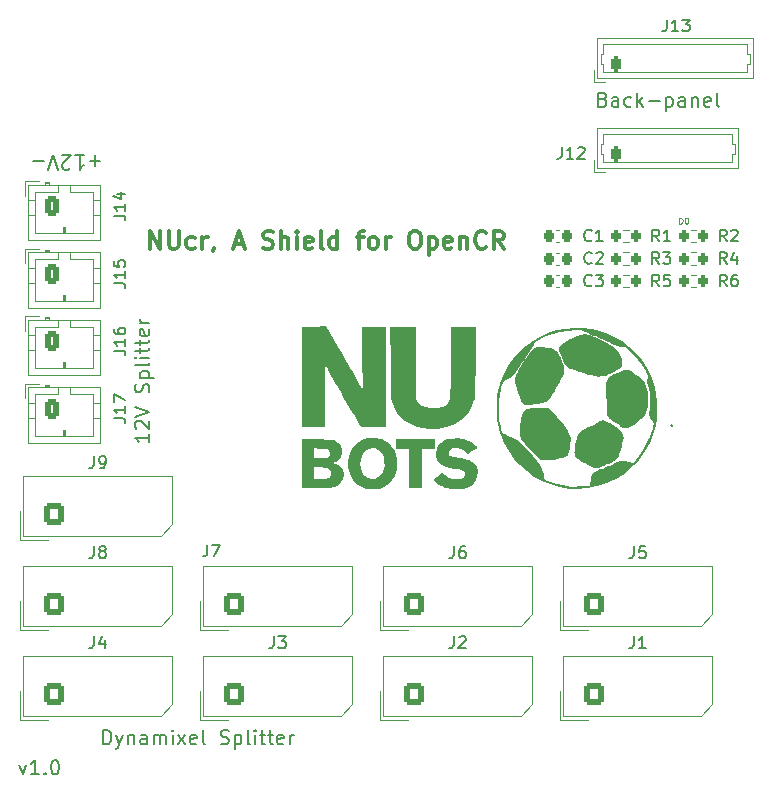
<source format=gto>
G04 #@! TF.GenerationSoftware,KiCad,Pcbnew,7.0.5*
G04 #@! TF.CreationDate,2023-06-14T13:16:40+10:00*
G04 #@! TF.ProjectId,NUcr,4e556372-2e6b-4696-9361-645f70636258,rev?*
G04 #@! TF.SameCoordinates,Original*
G04 #@! TF.FileFunction,Legend,Top*
G04 #@! TF.FilePolarity,Positive*
%FSLAX46Y46*%
G04 Gerber Fmt 4.6, Leading zero omitted, Abs format (unit mm)*
G04 Created by KiCad (PCBNEW 7.0.5) date 2023-06-14 13:16:40*
%MOMM*%
%LPD*%
G01*
G04 APERTURE LIST*
G04 Aperture macros list*
%AMRoundRect*
0 Rectangle with rounded corners*
0 $1 Rounding radius*
0 $2 $3 $4 $5 $6 $7 $8 $9 X,Y pos of 4 corners*
0 Add a 4 corners polygon primitive as box body*
4,1,4,$2,$3,$4,$5,$6,$7,$8,$9,$2,$3,0*
0 Add four circle primitives for the rounded corners*
1,1,$1+$1,$2,$3*
1,1,$1+$1,$4,$5*
1,1,$1+$1,$6,$7*
1,1,$1+$1,$8,$9*
0 Add four rect primitives between the rounded corners*
20,1,$1+$1,$2,$3,$4,$5,0*
20,1,$1+$1,$4,$5,$6,$7,0*
20,1,$1+$1,$6,$7,$8,$9,0*
20,1,$1+$1,$8,$9,$2,$3,0*%
G04 Aperture macros list end*
%ADD10C,0.150000*%
%ADD11C,0.300000*%
%ADD12C,0.075000*%
%ADD13C,0.120000*%
%ADD14RoundRect,0.250000X-0.600000X-0.675000X0.600000X-0.675000X0.600000X0.675000X-0.600000X0.675000X0*%
%ADD15O,1.700000X1.850000*%
%ADD16RoundRect,0.200000X0.200000X0.275000X-0.200000X0.275000X-0.200000X-0.275000X0.200000X-0.275000X0*%
%ADD17RoundRect,0.200000X-0.200000X-0.275000X0.200000X-0.275000X0.200000X0.275000X-0.200000X0.275000X0*%
%ADD18O,1.727200X1.727200*%
%ADD19R,1.727200X1.727200*%
%ADD20RoundRect,0.200000X-0.200000X-0.450000X0.200000X-0.450000X0.200000X0.450000X-0.200000X0.450000X0*%
%ADD21O,0.800000X1.300000*%
%ADD22RoundRect,0.250000X-0.350000X-0.625000X0.350000X-0.625000X0.350000X0.625000X-0.350000X0.625000X0*%
%ADD23O,1.200000X1.750000*%
%ADD24RoundRect,0.225000X0.225000X0.250000X-0.225000X0.250000X-0.225000X-0.250000X0.225000X-0.250000X0*%
%ADD25R,1.700000X1.700000*%
%ADD26O,1.700000X1.700000*%
G04 APERTURE END LIST*
D10*
X70755112Y-113980342D02*
X71040826Y-114780342D01*
X71040826Y-114780342D02*
X71326541Y-113980342D01*
X72412255Y-114780342D02*
X71726541Y-114780342D01*
X72069398Y-114780342D02*
X72069398Y-113580342D01*
X72069398Y-113580342D02*
X71955112Y-113751771D01*
X71955112Y-113751771D02*
X71840827Y-113866057D01*
X71840827Y-113866057D02*
X71726541Y-113923200D01*
X72926541Y-114666057D02*
X72983684Y-114723200D01*
X72983684Y-114723200D02*
X72926541Y-114780342D01*
X72926541Y-114780342D02*
X72869398Y-114723200D01*
X72869398Y-114723200D02*
X72926541Y-114666057D01*
X72926541Y-114666057D02*
X72926541Y-114780342D01*
X73726541Y-113580342D02*
X73840827Y-113580342D01*
X73840827Y-113580342D02*
X73955113Y-113637485D01*
X73955113Y-113637485D02*
X74012256Y-113694628D01*
X74012256Y-113694628D02*
X74069398Y-113808914D01*
X74069398Y-113808914D02*
X74126541Y-114037485D01*
X74126541Y-114037485D02*
X74126541Y-114323200D01*
X74126541Y-114323200D02*
X74069398Y-114551771D01*
X74069398Y-114551771D02*
X74012256Y-114666057D01*
X74012256Y-114666057D02*
X73955113Y-114723200D01*
X73955113Y-114723200D02*
X73840827Y-114780342D01*
X73840827Y-114780342D02*
X73726541Y-114780342D01*
X73726541Y-114780342D02*
X73612256Y-114723200D01*
X73612256Y-114723200D02*
X73555113Y-114666057D01*
X73555113Y-114666057D02*
X73497970Y-114551771D01*
X73497970Y-114551771D02*
X73440827Y-114323200D01*
X73440827Y-114323200D02*
X73440827Y-114037485D01*
X73440827Y-114037485D02*
X73497970Y-113808914D01*
X73497970Y-113808914D02*
X73555113Y-113694628D01*
X73555113Y-113694628D02*
X73612256Y-113637485D01*
X73612256Y-113637485D02*
X73726541Y-113580342D01*
X120164398Y-57636771D02*
X120335826Y-57693914D01*
X120335826Y-57693914D02*
X120392969Y-57751057D01*
X120392969Y-57751057D02*
X120450112Y-57865342D01*
X120450112Y-57865342D02*
X120450112Y-58036771D01*
X120450112Y-58036771D02*
X120392969Y-58151057D01*
X120392969Y-58151057D02*
X120335826Y-58208200D01*
X120335826Y-58208200D02*
X120221541Y-58265342D01*
X120221541Y-58265342D02*
X119764398Y-58265342D01*
X119764398Y-58265342D02*
X119764398Y-57065342D01*
X119764398Y-57065342D02*
X120164398Y-57065342D01*
X120164398Y-57065342D02*
X120278684Y-57122485D01*
X120278684Y-57122485D02*
X120335826Y-57179628D01*
X120335826Y-57179628D02*
X120392969Y-57293914D01*
X120392969Y-57293914D02*
X120392969Y-57408200D01*
X120392969Y-57408200D02*
X120335826Y-57522485D01*
X120335826Y-57522485D02*
X120278684Y-57579628D01*
X120278684Y-57579628D02*
X120164398Y-57636771D01*
X120164398Y-57636771D02*
X119764398Y-57636771D01*
X121478684Y-58265342D02*
X121478684Y-57636771D01*
X121478684Y-57636771D02*
X121421541Y-57522485D01*
X121421541Y-57522485D02*
X121307255Y-57465342D01*
X121307255Y-57465342D02*
X121078684Y-57465342D01*
X121078684Y-57465342D02*
X120964398Y-57522485D01*
X121478684Y-58208200D02*
X121364398Y-58265342D01*
X121364398Y-58265342D02*
X121078684Y-58265342D01*
X121078684Y-58265342D02*
X120964398Y-58208200D01*
X120964398Y-58208200D02*
X120907255Y-58093914D01*
X120907255Y-58093914D02*
X120907255Y-57979628D01*
X120907255Y-57979628D02*
X120964398Y-57865342D01*
X120964398Y-57865342D02*
X121078684Y-57808200D01*
X121078684Y-57808200D02*
X121364398Y-57808200D01*
X121364398Y-57808200D02*
X121478684Y-57751057D01*
X122564398Y-58208200D02*
X122450112Y-58265342D01*
X122450112Y-58265342D02*
X122221540Y-58265342D01*
X122221540Y-58265342D02*
X122107255Y-58208200D01*
X122107255Y-58208200D02*
X122050112Y-58151057D01*
X122050112Y-58151057D02*
X121992969Y-58036771D01*
X121992969Y-58036771D02*
X121992969Y-57693914D01*
X121992969Y-57693914D02*
X122050112Y-57579628D01*
X122050112Y-57579628D02*
X122107255Y-57522485D01*
X122107255Y-57522485D02*
X122221540Y-57465342D01*
X122221540Y-57465342D02*
X122450112Y-57465342D01*
X122450112Y-57465342D02*
X122564398Y-57522485D01*
X123078683Y-58265342D02*
X123078683Y-57065342D01*
X123192969Y-57808200D02*
X123535826Y-58265342D01*
X123535826Y-57465342D02*
X123078683Y-57922485D01*
X124050112Y-57808200D02*
X124964398Y-57808200D01*
X125535826Y-57465342D02*
X125535826Y-58665342D01*
X125535826Y-57522485D02*
X125650112Y-57465342D01*
X125650112Y-57465342D02*
X125878683Y-57465342D01*
X125878683Y-57465342D02*
X125992969Y-57522485D01*
X125992969Y-57522485D02*
X126050112Y-57579628D01*
X126050112Y-57579628D02*
X126107254Y-57693914D01*
X126107254Y-57693914D02*
X126107254Y-58036771D01*
X126107254Y-58036771D02*
X126050112Y-58151057D01*
X126050112Y-58151057D02*
X125992969Y-58208200D01*
X125992969Y-58208200D02*
X125878683Y-58265342D01*
X125878683Y-58265342D02*
X125650112Y-58265342D01*
X125650112Y-58265342D02*
X125535826Y-58208200D01*
X127135826Y-58265342D02*
X127135826Y-57636771D01*
X127135826Y-57636771D02*
X127078683Y-57522485D01*
X127078683Y-57522485D02*
X126964397Y-57465342D01*
X126964397Y-57465342D02*
X126735826Y-57465342D01*
X126735826Y-57465342D02*
X126621540Y-57522485D01*
X127135826Y-58208200D02*
X127021540Y-58265342D01*
X127021540Y-58265342D02*
X126735826Y-58265342D01*
X126735826Y-58265342D02*
X126621540Y-58208200D01*
X126621540Y-58208200D02*
X126564397Y-58093914D01*
X126564397Y-58093914D02*
X126564397Y-57979628D01*
X126564397Y-57979628D02*
X126621540Y-57865342D01*
X126621540Y-57865342D02*
X126735826Y-57808200D01*
X126735826Y-57808200D02*
X127021540Y-57808200D01*
X127021540Y-57808200D02*
X127135826Y-57751057D01*
X127707254Y-57465342D02*
X127707254Y-58265342D01*
X127707254Y-57579628D02*
X127764397Y-57522485D01*
X127764397Y-57522485D02*
X127878682Y-57465342D01*
X127878682Y-57465342D02*
X128050111Y-57465342D01*
X128050111Y-57465342D02*
X128164397Y-57522485D01*
X128164397Y-57522485D02*
X128221540Y-57636771D01*
X128221540Y-57636771D02*
X128221540Y-58265342D01*
X129250111Y-58208200D02*
X129135825Y-58265342D01*
X129135825Y-58265342D02*
X128907254Y-58265342D01*
X128907254Y-58265342D02*
X128792968Y-58208200D01*
X128792968Y-58208200D02*
X128735825Y-58093914D01*
X128735825Y-58093914D02*
X128735825Y-57636771D01*
X128735825Y-57636771D02*
X128792968Y-57522485D01*
X128792968Y-57522485D02*
X128907254Y-57465342D01*
X128907254Y-57465342D02*
X129135825Y-57465342D01*
X129135825Y-57465342D02*
X129250111Y-57522485D01*
X129250111Y-57522485D02*
X129307254Y-57636771D01*
X129307254Y-57636771D02*
X129307254Y-57751057D01*
X129307254Y-57751057D02*
X128735825Y-57865342D01*
X129992967Y-58265342D02*
X129878682Y-58208200D01*
X129878682Y-58208200D02*
X129821539Y-58093914D01*
X129821539Y-58093914D02*
X129821539Y-57065342D01*
X81760342Y-85982030D02*
X81760342Y-86667744D01*
X81760342Y-86324887D02*
X80560342Y-86324887D01*
X80560342Y-86324887D02*
X80731771Y-86439173D01*
X80731771Y-86439173D02*
X80846057Y-86553458D01*
X80846057Y-86553458D02*
X80903200Y-86667744D01*
X80674628Y-85524887D02*
X80617485Y-85467744D01*
X80617485Y-85467744D02*
X80560342Y-85353459D01*
X80560342Y-85353459D02*
X80560342Y-85067744D01*
X80560342Y-85067744D02*
X80617485Y-84953459D01*
X80617485Y-84953459D02*
X80674628Y-84896316D01*
X80674628Y-84896316D02*
X80788914Y-84839173D01*
X80788914Y-84839173D02*
X80903200Y-84839173D01*
X80903200Y-84839173D02*
X81074628Y-84896316D01*
X81074628Y-84896316D02*
X81760342Y-85582030D01*
X81760342Y-85582030D02*
X81760342Y-84839173D01*
X80560342Y-84496316D02*
X81760342Y-84096316D01*
X81760342Y-84096316D02*
X80560342Y-83696316D01*
X81703200Y-82439173D02*
X81760342Y-82267745D01*
X81760342Y-82267745D02*
X81760342Y-81982030D01*
X81760342Y-81982030D02*
X81703200Y-81867745D01*
X81703200Y-81867745D02*
X81646057Y-81810602D01*
X81646057Y-81810602D02*
X81531771Y-81753459D01*
X81531771Y-81753459D02*
X81417485Y-81753459D01*
X81417485Y-81753459D02*
X81303200Y-81810602D01*
X81303200Y-81810602D02*
X81246057Y-81867745D01*
X81246057Y-81867745D02*
X81188914Y-81982030D01*
X81188914Y-81982030D02*
X81131771Y-82210602D01*
X81131771Y-82210602D02*
X81074628Y-82324887D01*
X81074628Y-82324887D02*
X81017485Y-82382030D01*
X81017485Y-82382030D02*
X80903200Y-82439173D01*
X80903200Y-82439173D02*
X80788914Y-82439173D01*
X80788914Y-82439173D02*
X80674628Y-82382030D01*
X80674628Y-82382030D02*
X80617485Y-82324887D01*
X80617485Y-82324887D02*
X80560342Y-82210602D01*
X80560342Y-82210602D02*
X80560342Y-81924887D01*
X80560342Y-81924887D02*
X80617485Y-81753459D01*
X80960342Y-81239173D02*
X82160342Y-81239173D01*
X81017485Y-81239173D02*
X80960342Y-81124888D01*
X80960342Y-81124888D02*
X80960342Y-80896316D01*
X80960342Y-80896316D02*
X81017485Y-80782030D01*
X81017485Y-80782030D02*
X81074628Y-80724888D01*
X81074628Y-80724888D02*
X81188914Y-80667745D01*
X81188914Y-80667745D02*
X81531771Y-80667745D01*
X81531771Y-80667745D02*
X81646057Y-80724888D01*
X81646057Y-80724888D02*
X81703200Y-80782030D01*
X81703200Y-80782030D02*
X81760342Y-80896316D01*
X81760342Y-80896316D02*
X81760342Y-81124888D01*
X81760342Y-81124888D02*
X81703200Y-81239173D01*
X81760342Y-79982031D02*
X81703200Y-80096316D01*
X81703200Y-80096316D02*
X81588914Y-80153459D01*
X81588914Y-80153459D02*
X80560342Y-80153459D01*
X81760342Y-79524888D02*
X80960342Y-79524888D01*
X80560342Y-79524888D02*
X80617485Y-79582031D01*
X80617485Y-79582031D02*
X80674628Y-79524888D01*
X80674628Y-79524888D02*
X80617485Y-79467745D01*
X80617485Y-79467745D02*
X80560342Y-79524888D01*
X80560342Y-79524888D02*
X80674628Y-79524888D01*
X80960342Y-79124888D02*
X80960342Y-78667745D01*
X80560342Y-78953459D02*
X81588914Y-78953459D01*
X81588914Y-78953459D02*
X81703200Y-78896316D01*
X81703200Y-78896316D02*
X81760342Y-78782031D01*
X81760342Y-78782031D02*
X81760342Y-78667745D01*
X80960342Y-78439174D02*
X80960342Y-77982031D01*
X80560342Y-78267745D02*
X81588914Y-78267745D01*
X81588914Y-78267745D02*
X81703200Y-78210602D01*
X81703200Y-78210602D02*
X81760342Y-78096317D01*
X81760342Y-78096317D02*
X81760342Y-77982031D01*
X81703200Y-77124888D02*
X81760342Y-77239174D01*
X81760342Y-77239174D02*
X81760342Y-77467746D01*
X81760342Y-77467746D02*
X81703200Y-77582031D01*
X81703200Y-77582031D02*
X81588914Y-77639174D01*
X81588914Y-77639174D02*
X81131771Y-77639174D01*
X81131771Y-77639174D02*
X81017485Y-77582031D01*
X81017485Y-77582031D02*
X80960342Y-77467746D01*
X80960342Y-77467746D02*
X80960342Y-77239174D01*
X80960342Y-77239174D02*
X81017485Y-77124888D01*
X81017485Y-77124888D02*
X81131771Y-77067746D01*
X81131771Y-77067746D02*
X81246057Y-77067746D01*
X81246057Y-77067746D02*
X81360342Y-77639174D01*
X81760342Y-76553460D02*
X80960342Y-76553460D01*
X81188914Y-76553460D02*
X81074628Y-76496317D01*
X81074628Y-76496317D02*
X81017485Y-76439175D01*
X81017485Y-76439175D02*
X80960342Y-76324889D01*
X80960342Y-76324889D02*
X80960342Y-76210603D01*
X77854398Y-112240342D02*
X77854398Y-111040342D01*
X77854398Y-111040342D02*
X78140112Y-111040342D01*
X78140112Y-111040342D02*
X78311541Y-111097485D01*
X78311541Y-111097485D02*
X78425826Y-111211771D01*
X78425826Y-111211771D02*
X78482969Y-111326057D01*
X78482969Y-111326057D02*
X78540112Y-111554628D01*
X78540112Y-111554628D02*
X78540112Y-111726057D01*
X78540112Y-111726057D02*
X78482969Y-111954628D01*
X78482969Y-111954628D02*
X78425826Y-112068914D01*
X78425826Y-112068914D02*
X78311541Y-112183200D01*
X78311541Y-112183200D02*
X78140112Y-112240342D01*
X78140112Y-112240342D02*
X77854398Y-112240342D01*
X78940112Y-111440342D02*
X79225826Y-112240342D01*
X79511541Y-111440342D02*
X79225826Y-112240342D01*
X79225826Y-112240342D02*
X79111541Y-112526057D01*
X79111541Y-112526057D02*
X79054398Y-112583200D01*
X79054398Y-112583200D02*
X78940112Y-112640342D01*
X79968684Y-111440342D02*
X79968684Y-112240342D01*
X79968684Y-111554628D02*
X80025827Y-111497485D01*
X80025827Y-111497485D02*
X80140112Y-111440342D01*
X80140112Y-111440342D02*
X80311541Y-111440342D01*
X80311541Y-111440342D02*
X80425827Y-111497485D01*
X80425827Y-111497485D02*
X80482970Y-111611771D01*
X80482970Y-111611771D02*
X80482970Y-112240342D01*
X81568684Y-112240342D02*
X81568684Y-111611771D01*
X81568684Y-111611771D02*
X81511541Y-111497485D01*
X81511541Y-111497485D02*
X81397255Y-111440342D01*
X81397255Y-111440342D02*
X81168684Y-111440342D01*
X81168684Y-111440342D02*
X81054398Y-111497485D01*
X81568684Y-112183200D02*
X81454398Y-112240342D01*
X81454398Y-112240342D02*
X81168684Y-112240342D01*
X81168684Y-112240342D02*
X81054398Y-112183200D01*
X81054398Y-112183200D02*
X80997255Y-112068914D01*
X80997255Y-112068914D02*
X80997255Y-111954628D01*
X80997255Y-111954628D02*
X81054398Y-111840342D01*
X81054398Y-111840342D02*
X81168684Y-111783200D01*
X81168684Y-111783200D02*
X81454398Y-111783200D01*
X81454398Y-111783200D02*
X81568684Y-111726057D01*
X82140112Y-112240342D02*
X82140112Y-111440342D01*
X82140112Y-111554628D02*
X82197255Y-111497485D01*
X82197255Y-111497485D02*
X82311540Y-111440342D01*
X82311540Y-111440342D02*
X82482969Y-111440342D01*
X82482969Y-111440342D02*
X82597255Y-111497485D01*
X82597255Y-111497485D02*
X82654398Y-111611771D01*
X82654398Y-111611771D02*
X82654398Y-112240342D01*
X82654398Y-111611771D02*
X82711540Y-111497485D01*
X82711540Y-111497485D02*
X82825826Y-111440342D01*
X82825826Y-111440342D02*
X82997255Y-111440342D01*
X82997255Y-111440342D02*
X83111540Y-111497485D01*
X83111540Y-111497485D02*
X83168683Y-111611771D01*
X83168683Y-111611771D02*
X83168683Y-112240342D01*
X83740112Y-112240342D02*
X83740112Y-111440342D01*
X83740112Y-111040342D02*
X83682969Y-111097485D01*
X83682969Y-111097485D02*
X83740112Y-111154628D01*
X83740112Y-111154628D02*
X83797255Y-111097485D01*
X83797255Y-111097485D02*
X83740112Y-111040342D01*
X83740112Y-111040342D02*
X83740112Y-111154628D01*
X84197255Y-112240342D02*
X84825827Y-111440342D01*
X84197255Y-111440342D02*
X84825827Y-112240342D01*
X85740113Y-112183200D02*
X85625827Y-112240342D01*
X85625827Y-112240342D02*
X85397256Y-112240342D01*
X85397256Y-112240342D02*
X85282970Y-112183200D01*
X85282970Y-112183200D02*
X85225827Y-112068914D01*
X85225827Y-112068914D02*
X85225827Y-111611771D01*
X85225827Y-111611771D02*
X85282970Y-111497485D01*
X85282970Y-111497485D02*
X85397256Y-111440342D01*
X85397256Y-111440342D02*
X85625827Y-111440342D01*
X85625827Y-111440342D02*
X85740113Y-111497485D01*
X85740113Y-111497485D02*
X85797256Y-111611771D01*
X85797256Y-111611771D02*
X85797256Y-111726057D01*
X85797256Y-111726057D02*
X85225827Y-111840342D01*
X86482969Y-112240342D02*
X86368684Y-112183200D01*
X86368684Y-112183200D02*
X86311541Y-112068914D01*
X86311541Y-112068914D02*
X86311541Y-111040342D01*
X87797255Y-112183200D02*
X87968684Y-112240342D01*
X87968684Y-112240342D02*
X88254398Y-112240342D01*
X88254398Y-112240342D02*
X88368684Y-112183200D01*
X88368684Y-112183200D02*
X88425826Y-112126057D01*
X88425826Y-112126057D02*
X88482969Y-112011771D01*
X88482969Y-112011771D02*
X88482969Y-111897485D01*
X88482969Y-111897485D02*
X88425826Y-111783200D01*
X88425826Y-111783200D02*
X88368684Y-111726057D01*
X88368684Y-111726057D02*
X88254398Y-111668914D01*
X88254398Y-111668914D02*
X88025826Y-111611771D01*
X88025826Y-111611771D02*
X87911541Y-111554628D01*
X87911541Y-111554628D02*
X87854398Y-111497485D01*
X87854398Y-111497485D02*
X87797255Y-111383200D01*
X87797255Y-111383200D02*
X87797255Y-111268914D01*
X87797255Y-111268914D02*
X87854398Y-111154628D01*
X87854398Y-111154628D02*
X87911541Y-111097485D01*
X87911541Y-111097485D02*
X88025826Y-111040342D01*
X88025826Y-111040342D02*
X88311541Y-111040342D01*
X88311541Y-111040342D02*
X88482969Y-111097485D01*
X88997255Y-111440342D02*
X88997255Y-112640342D01*
X88997255Y-111497485D02*
X89111541Y-111440342D01*
X89111541Y-111440342D02*
X89340112Y-111440342D01*
X89340112Y-111440342D02*
X89454398Y-111497485D01*
X89454398Y-111497485D02*
X89511541Y-111554628D01*
X89511541Y-111554628D02*
X89568683Y-111668914D01*
X89568683Y-111668914D02*
X89568683Y-112011771D01*
X89568683Y-112011771D02*
X89511541Y-112126057D01*
X89511541Y-112126057D02*
X89454398Y-112183200D01*
X89454398Y-112183200D02*
X89340112Y-112240342D01*
X89340112Y-112240342D02*
X89111541Y-112240342D01*
X89111541Y-112240342D02*
X88997255Y-112183200D01*
X90254397Y-112240342D02*
X90140112Y-112183200D01*
X90140112Y-112183200D02*
X90082969Y-112068914D01*
X90082969Y-112068914D02*
X90082969Y-111040342D01*
X90711540Y-112240342D02*
X90711540Y-111440342D01*
X90711540Y-111040342D02*
X90654397Y-111097485D01*
X90654397Y-111097485D02*
X90711540Y-111154628D01*
X90711540Y-111154628D02*
X90768683Y-111097485D01*
X90768683Y-111097485D02*
X90711540Y-111040342D01*
X90711540Y-111040342D02*
X90711540Y-111154628D01*
X91111540Y-111440342D02*
X91568683Y-111440342D01*
X91282969Y-111040342D02*
X91282969Y-112068914D01*
X91282969Y-112068914D02*
X91340112Y-112183200D01*
X91340112Y-112183200D02*
X91454397Y-112240342D01*
X91454397Y-112240342D02*
X91568683Y-112240342D01*
X91797254Y-111440342D02*
X92254397Y-111440342D01*
X91968683Y-111040342D02*
X91968683Y-112068914D01*
X91968683Y-112068914D02*
X92025826Y-112183200D01*
X92025826Y-112183200D02*
X92140111Y-112240342D01*
X92140111Y-112240342D02*
X92254397Y-112240342D01*
X93111540Y-112183200D02*
X92997254Y-112240342D01*
X92997254Y-112240342D02*
X92768683Y-112240342D01*
X92768683Y-112240342D02*
X92654397Y-112183200D01*
X92654397Y-112183200D02*
X92597254Y-112068914D01*
X92597254Y-112068914D02*
X92597254Y-111611771D01*
X92597254Y-111611771D02*
X92654397Y-111497485D01*
X92654397Y-111497485D02*
X92768683Y-111440342D01*
X92768683Y-111440342D02*
X92997254Y-111440342D01*
X92997254Y-111440342D02*
X93111540Y-111497485D01*
X93111540Y-111497485D02*
X93168683Y-111611771D01*
X93168683Y-111611771D02*
X93168683Y-111726057D01*
X93168683Y-111726057D02*
X92597254Y-111840342D01*
X93682968Y-112240342D02*
X93682968Y-111440342D01*
X93682968Y-111668914D02*
X93740111Y-111554628D01*
X93740111Y-111554628D02*
X93797254Y-111497485D01*
X93797254Y-111497485D02*
X93911539Y-111440342D01*
X93911539Y-111440342D02*
X94025825Y-111440342D01*
X77625601Y-62841800D02*
X76711316Y-62841800D01*
X77168458Y-62384657D02*
X77168458Y-63298942D01*
X75511316Y-62384657D02*
X76197030Y-62384657D01*
X75854173Y-62384657D02*
X75854173Y-63584657D01*
X75854173Y-63584657D02*
X75968459Y-63413228D01*
X75968459Y-63413228D02*
X76082744Y-63298942D01*
X76082744Y-63298942D02*
X76197030Y-63241800D01*
X75054173Y-63470371D02*
X74997030Y-63527514D01*
X74997030Y-63527514D02*
X74882745Y-63584657D01*
X74882745Y-63584657D02*
X74597030Y-63584657D01*
X74597030Y-63584657D02*
X74482745Y-63527514D01*
X74482745Y-63527514D02*
X74425602Y-63470371D01*
X74425602Y-63470371D02*
X74368459Y-63356085D01*
X74368459Y-63356085D02*
X74368459Y-63241800D01*
X74368459Y-63241800D02*
X74425602Y-63070371D01*
X74425602Y-63070371D02*
X75111316Y-62384657D01*
X75111316Y-62384657D02*
X74368459Y-62384657D01*
X74025602Y-63584657D02*
X73625602Y-62384657D01*
X73625602Y-62384657D02*
X73225602Y-63584657D01*
X72825602Y-62841800D02*
X71911317Y-62841800D01*
D11*
X81834510Y-70285828D02*
X81834510Y-68785828D01*
X81834510Y-68785828D02*
X82691653Y-70285828D01*
X82691653Y-70285828D02*
X82691653Y-68785828D01*
X83405939Y-68785828D02*
X83405939Y-70000114D01*
X83405939Y-70000114D02*
X83477368Y-70142971D01*
X83477368Y-70142971D02*
X83548797Y-70214400D01*
X83548797Y-70214400D02*
X83691654Y-70285828D01*
X83691654Y-70285828D02*
X83977368Y-70285828D01*
X83977368Y-70285828D02*
X84120225Y-70214400D01*
X84120225Y-70214400D02*
X84191654Y-70142971D01*
X84191654Y-70142971D02*
X84263082Y-70000114D01*
X84263082Y-70000114D02*
X84263082Y-68785828D01*
X85620226Y-70214400D02*
X85477368Y-70285828D01*
X85477368Y-70285828D02*
X85191654Y-70285828D01*
X85191654Y-70285828D02*
X85048797Y-70214400D01*
X85048797Y-70214400D02*
X84977368Y-70142971D01*
X84977368Y-70142971D02*
X84905940Y-70000114D01*
X84905940Y-70000114D02*
X84905940Y-69571542D01*
X84905940Y-69571542D02*
X84977368Y-69428685D01*
X84977368Y-69428685D02*
X85048797Y-69357257D01*
X85048797Y-69357257D02*
X85191654Y-69285828D01*
X85191654Y-69285828D02*
X85477368Y-69285828D01*
X85477368Y-69285828D02*
X85620226Y-69357257D01*
X86263082Y-70285828D02*
X86263082Y-69285828D01*
X86263082Y-69571542D02*
X86334511Y-69428685D01*
X86334511Y-69428685D02*
X86405940Y-69357257D01*
X86405940Y-69357257D02*
X86548797Y-69285828D01*
X86548797Y-69285828D02*
X86691654Y-69285828D01*
X87263082Y-70214400D02*
X87263082Y-70285828D01*
X87263082Y-70285828D02*
X87191653Y-70428685D01*
X87191653Y-70428685D02*
X87120225Y-70500114D01*
X88977368Y-69857257D02*
X89691654Y-69857257D01*
X88834511Y-70285828D02*
X89334511Y-68785828D01*
X89334511Y-68785828D02*
X89834511Y-70285828D01*
X91405939Y-70214400D02*
X91620225Y-70285828D01*
X91620225Y-70285828D02*
X91977367Y-70285828D01*
X91977367Y-70285828D02*
X92120225Y-70214400D01*
X92120225Y-70214400D02*
X92191653Y-70142971D01*
X92191653Y-70142971D02*
X92263082Y-70000114D01*
X92263082Y-70000114D02*
X92263082Y-69857257D01*
X92263082Y-69857257D02*
X92191653Y-69714400D01*
X92191653Y-69714400D02*
X92120225Y-69642971D01*
X92120225Y-69642971D02*
X91977367Y-69571542D01*
X91977367Y-69571542D02*
X91691653Y-69500114D01*
X91691653Y-69500114D02*
X91548796Y-69428685D01*
X91548796Y-69428685D02*
X91477367Y-69357257D01*
X91477367Y-69357257D02*
X91405939Y-69214400D01*
X91405939Y-69214400D02*
X91405939Y-69071542D01*
X91405939Y-69071542D02*
X91477367Y-68928685D01*
X91477367Y-68928685D02*
X91548796Y-68857257D01*
X91548796Y-68857257D02*
X91691653Y-68785828D01*
X91691653Y-68785828D02*
X92048796Y-68785828D01*
X92048796Y-68785828D02*
X92263082Y-68857257D01*
X92905938Y-70285828D02*
X92905938Y-68785828D01*
X93548796Y-70285828D02*
X93548796Y-69500114D01*
X93548796Y-69500114D02*
X93477367Y-69357257D01*
X93477367Y-69357257D02*
X93334510Y-69285828D01*
X93334510Y-69285828D02*
X93120224Y-69285828D01*
X93120224Y-69285828D02*
X92977367Y-69357257D01*
X92977367Y-69357257D02*
X92905938Y-69428685D01*
X94263081Y-70285828D02*
X94263081Y-69285828D01*
X94263081Y-68785828D02*
X94191653Y-68857257D01*
X94191653Y-68857257D02*
X94263081Y-68928685D01*
X94263081Y-68928685D02*
X94334510Y-68857257D01*
X94334510Y-68857257D02*
X94263081Y-68785828D01*
X94263081Y-68785828D02*
X94263081Y-68928685D01*
X95548796Y-70214400D02*
X95405939Y-70285828D01*
X95405939Y-70285828D02*
X95120225Y-70285828D01*
X95120225Y-70285828D02*
X94977367Y-70214400D01*
X94977367Y-70214400D02*
X94905939Y-70071542D01*
X94905939Y-70071542D02*
X94905939Y-69500114D01*
X94905939Y-69500114D02*
X94977367Y-69357257D01*
X94977367Y-69357257D02*
X95120225Y-69285828D01*
X95120225Y-69285828D02*
X95405939Y-69285828D01*
X95405939Y-69285828D02*
X95548796Y-69357257D01*
X95548796Y-69357257D02*
X95620225Y-69500114D01*
X95620225Y-69500114D02*
X95620225Y-69642971D01*
X95620225Y-69642971D02*
X94905939Y-69785828D01*
X96477367Y-70285828D02*
X96334510Y-70214400D01*
X96334510Y-70214400D02*
X96263081Y-70071542D01*
X96263081Y-70071542D02*
X96263081Y-68785828D01*
X97691653Y-70285828D02*
X97691653Y-68785828D01*
X97691653Y-70214400D02*
X97548795Y-70285828D01*
X97548795Y-70285828D02*
X97263081Y-70285828D01*
X97263081Y-70285828D02*
X97120224Y-70214400D01*
X97120224Y-70214400D02*
X97048795Y-70142971D01*
X97048795Y-70142971D02*
X96977367Y-70000114D01*
X96977367Y-70000114D02*
X96977367Y-69571542D01*
X96977367Y-69571542D02*
X97048795Y-69428685D01*
X97048795Y-69428685D02*
X97120224Y-69357257D01*
X97120224Y-69357257D02*
X97263081Y-69285828D01*
X97263081Y-69285828D02*
X97548795Y-69285828D01*
X97548795Y-69285828D02*
X97691653Y-69357257D01*
X99334510Y-69285828D02*
X99905938Y-69285828D01*
X99548795Y-70285828D02*
X99548795Y-69000114D01*
X99548795Y-69000114D02*
X99620224Y-68857257D01*
X99620224Y-68857257D02*
X99763081Y-68785828D01*
X99763081Y-68785828D02*
X99905938Y-68785828D01*
X100620224Y-70285828D02*
X100477367Y-70214400D01*
X100477367Y-70214400D02*
X100405938Y-70142971D01*
X100405938Y-70142971D02*
X100334510Y-70000114D01*
X100334510Y-70000114D02*
X100334510Y-69571542D01*
X100334510Y-69571542D02*
X100405938Y-69428685D01*
X100405938Y-69428685D02*
X100477367Y-69357257D01*
X100477367Y-69357257D02*
X100620224Y-69285828D01*
X100620224Y-69285828D02*
X100834510Y-69285828D01*
X100834510Y-69285828D02*
X100977367Y-69357257D01*
X100977367Y-69357257D02*
X101048796Y-69428685D01*
X101048796Y-69428685D02*
X101120224Y-69571542D01*
X101120224Y-69571542D02*
X101120224Y-70000114D01*
X101120224Y-70000114D02*
X101048796Y-70142971D01*
X101048796Y-70142971D02*
X100977367Y-70214400D01*
X100977367Y-70214400D02*
X100834510Y-70285828D01*
X100834510Y-70285828D02*
X100620224Y-70285828D01*
X101763081Y-70285828D02*
X101763081Y-69285828D01*
X101763081Y-69571542D02*
X101834510Y-69428685D01*
X101834510Y-69428685D02*
X101905939Y-69357257D01*
X101905939Y-69357257D02*
X102048796Y-69285828D01*
X102048796Y-69285828D02*
X102191653Y-69285828D01*
X104120224Y-68785828D02*
X104405938Y-68785828D01*
X104405938Y-68785828D02*
X104548795Y-68857257D01*
X104548795Y-68857257D02*
X104691652Y-69000114D01*
X104691652Y-69000114D02*
X104763081Y-69285828D01*
X104763081Y-69285828D02*
X104763081Y-69785828D01*
X104763081Y-69785828D02*
X104691652Y-70071542D01*
X104691652Y-70071542D02*
X104548795Y-70214400D01*
X104548795Y-70214400D02*
X104405938Y-70285828D01*
X104405938Y-70285828D02*
X104120224Y-70285828D01*
X104120224Y-70285828D02*
X103977367Y-70214400D01*
X103977367Y-70214400D02*
X103834509Y-70071542D01*
X103834509Y-70071542D02*
X103763081Y-69785828D01*
X103763081Y-69785828D02*
X103763081Y-69285828D01*
X103763081Y-69285828D02*
X103834509Y-69000114D01*
X103834509Y-69000114D02*
X103977367Y-68857257D01*
X103977367Y-68857257D02*
X104120224Y-68785828D01*
X105405938Y-69285828D02*
X105405938Y-70785828D01*
X105405938Y-69357257D02*
X105548796Y-69285828D01*
X105548796Y-69285828D02*
X105834510Y-69285828D01*
X105834510Y-69285828D02*
X105977367Y-69357257D01*
X105977367Y-69357257D02*
X106048796Y-69428685D01*
X106048796Y-69428685D02*
X106120224Y-69571542D01*
X106120224Y-69571542D02*
X106120224Y-70000114D01*
X106120224Y-70000114D02*
X106048796Y-70142971D01*
X106048796Y-70142971D02*
X105977367Y-70214400D01*
X105977367Y-70214400D02*
X105834510Y-70285828D01*
X105834510Y-70285828D02*
X105548796Y-70285828D01*
X105548796Y-70285828D02*
X105405938Y-70214400D01*
X107334510Y-70214400D02*
X107191653Y-70285828D01*
X107191653Y-70285828D02*
X106905939Y-70285828D01*
X106905939Y-70285828D02*
X106763081Y-70214400D01*
X106763081Y-70214400D02*
X106691653Y-70071542D01*
X106691653Y-70071542D02*
X106691653Y-69500114D01*
X106691653Y-69500114D02*
X106763081Y-69357257D01*
X106763081Y-69357257D02*
X106905939Y-69285828D01*
X106905939Y-69285828D02*
X107191653Y-69285828D01*
X107191653Y-69285828D02*
X107334510Y-69357257D01*
X107334510Y-69357257D02*
X107405939Y-69500114D01*
X107405939Y-69500114D02*
X107405939Y-69642971D01*
X107405939Y-69642971D02*
X106691653Y-69785828D01*
X108048795Y-69285828D02*
X108048795Y-70285828D01*
X108048795Y-69428685D02*
X108120224Y-69357257D01*
X108120224Y-69357257D02*
X108263081Y-69285828D01*
X108263081Y-69285828D02*
X108477367Y-69285828D01*
X108477367Y-69285828D02*
X108620224Y-69357257D01*
X108620224Y-69357257D02*
X108691653Y-69500114D01*
X108691653Y-69500114D02*
X108691653Y-70285828D01*
X110263081Y-70142971D02*
X110191653Y-70214400D01*
X110191653Y-70214400D02*
X109977367Y-70285828D01*
X109977367Y-70285828D02*
X109834510Y-70285828D01*
X109834510Y-70285828D02*
X109620224Y-70214400D01*
X109620224Y-70214400D02*
X109477367Y-70071542D01*
X109477367Y-70071542D02*
X109405938Y-69928685D01*
X109405938Y-69928685D02*
X109334510Y-69642971D01*
X109334510Y-69642971D02*
X109334510Y-69428685D01*
X109334510Y-69428685D02*
X109405938Y-69142971D01*
X109405938Y-69142971D02*
X109477367Y-69000114D01*
X109477367Y-69000114D02*
X109620224Y-68857257D01*
X109620224Y-68857257D02*
X109834510Y-68785828D01*
X109834510Y-68785828D02*
X109977367Y-68785828D01*
X109977367Y-68785828D02*
X110191653Y-68857257D01*
X110191653Y-68857257D02*
X110263081Y-68928685D01*
X111763081Y-70285828D02*
X111263081Y-69571542D01*
X110905938Y-70285828D02*
X110905938Y-68785828D01*
X110905938Y-68785828D02*
X111477367Y-68785828D01*
X111477367Y-68785828D02*
X111620224Y-68857257D01*
X111620224Y-68857257D02*
X111691653Y-68928685D01*
X111691653Y-68928685D02*
X111763081Y-69071542D01*
X111763081Y-69071542D02*
X111763081Y-69285828D01*
X111763081Y-69285828D02*
X111691653Y-69428685D01*
X111691653Y-69428685D02*
X111620224Y-69500114D01*
X111620224Y-69500114D02*
X111477367Y-69571542D01*
X111477367Y-69571542D02*
X110905938Y-69571542D01*
D10*
X107556666Y-103104819D02*
X107556666Y-103819104D01*
X107556666Y-103819104D02*
X107509047Y-103961961D01*
X107509047Y-103961961D02*
X107413809Y-104057200D01*
X107413809Y-104057200D02*
X107270952Y-104104819D01*
X107270952Y-104104819D02*
X107175714Y-104104819D01*
X107985238Y-103200057D02*
X108032857Y-103152438D01*
X108032857Y-103152438D02*
X108128095Y-103104819D01*
X108128095Y-103104819D02*
X108366190Y-103104819D01*
X108366190Y-103104819D02*
X108461428Y-103152438D01*
X108461428Y-103152438D02*
X108509047Y-103200057D01*
X108509047Y-103200057D02*
X108556666Y-103295295D01*
X108556666Y-103295295D02*
X108556666Y-103390533D01*
X108556666Y-103390533D02*
X108509047Y-103533390D01*
X108509047Y-103533390D02*
X107937619Y-104104819D01*
X107937619Y-104104819D02*
X108556666Y-104104819D01*
X130643333Y-71574819D02*
X130310000Y-71098628D01*
X130071905Y-71574819D02*
X130071905Y-70574819D01*
X130071905Y-70574819D02*
X130452857Y-70574819D01*
X130452857Y-70574819D02*
X130548095Y-70622438D01*
X130548095Y-70622438D02*
X130595714Y-70670057D01*
X130595714Y-70670057D02*
X130643333Y-70765295D01*
X130643333Y-70765295D02*
X130643333Y-70908152D01*
X130643333Y-70908152D02*
X130595714Y-71003390D01*
X130595714Y-71003390D02*
X130548095Y-71051009D01*
X130548095Y-71051009D02*
X130452857Y-71098628D01*
X130452857Y-71098628D02*
X130071905Y-71098628D01*
X131500476Y-70908152D02*
X131500476Y-71574819D01*
X131262381Y-70527200D02*
X131024286Y-71241485D01*
X131024286Y-71241485D02*
X131643333Y-71241485D01*
X122796666Y-95484819D02*
X122796666Y-96199104D01*
X122796666Y-96199104D02*
X122749047Y-96341961D01*
X122749047Y-96341961D02*
X122653809Y-96437200D01*
X122653809Y-96437200D02*
X122510952Y-96484819D01*
X122510952Y-96484819D02*
X122415714Y-96484819D01*
X123749047Y-95484819D02*
X123272857Y-95484819D01*
X123272857Y-95484819D02*
X123225238Y-95961009D01*
X123225238Y-95961009D02*
X123272857Y-95913390D01*
X123272857Y-95913390D02*
X123368095Y-95865771D01*
X123368095Y-95865771D02*
X123606190Y-95865771D01*
X123606190Y-95865771D02*
X123701428Y-95913390D01*
X123701428Y-95913390D02*
X123749047Y-95961009D01*
X123749047Y-95961009D02*
X123796666Y-96056247D01*
X123796666Y-96056247D02*
X123796666Y-96294342D01*
X123796666Y-96294342D02*
X123749047Y-96389580D01*
X123749047Y-96389580D02*
X123701428Y-96437200D01*
X123701428Y-96437200D02*
X123606190Y-96484819D01*
X123606190Y-96484819D02*
X123368095Y-96484819D01*
X123368095Y-96484819D02*
X123272857Y-96437200D01*
X123272857Y-96437200D02*
X123225238Y-96389580D01*
X124928333Y-73479819D02*
X124595000Y-73003628D01*
X124356905Y-73479819D02*
X124356905Y-72479819D01*
X124356905Y-72479819D02*
X124737857Y-72479819D01*
X124737857Y-72479819D02*
X124833095Y-72527438D01*
X124833095Y-72527438D02*
X124880714Y-72575057D01*
X124880714Y-72575057D02*
X124928333Y-72670295D01*
X124928333Y-72670295D02*
X124928333Y-72813152D01*
X124928333Y-72813152D02*
X124880714Y-72908390D01*
X124880714Y-72908390D02*
X124833095Y-72956009D01*
X124833095Y-72956009D02*
X124737857Y-73003628D01*
X124737857Y-73003628D02*
X124356905Y-73003628D01*
X125833095Y-72479819D02*
X125356905Y-72479819D01*
X125356905Y-72479819D02*
X125309286Y-72956009D01*
X125309286Y-72956009D02*
X125356905Y-72908390D01*
X125356905Y-72908390D02*
X125452143Y-72860771D01*
X125452143Y-72860771D02*
X125690238Y-72860771D01*
X125690238Y-72860771D02*
X125785476Y-72908390D01*
X125785476Y-72908390D02*
X125833095Y-72956009D01*
X125833095Y-72956009D02*
X125880714Y-73051247D01*
X125880714Y-73051247D02*
X125880714Y-73289342D01*
X125880714Y-73289342D02*
X125833095Y-73384580D01*
X125833095Y-73384580D02*
X125785476Y-73432200D01*
X125785476Y-73432200D02*
X125690238Y-73479819D01*
X125690238Y-73479819D02*
X125452143Y-73479819D01*
X125452143Y-73479819D02*
X125356905Y-73432200D01*
X125356905Y-73432200D02*
X125309286Y-73384580D01*
X86661666Y-95339819D02*
X86661666Y-96054104D01*
X86661666Y-96054104D02*
X86614047Y-96196961D01*
X86614047Y-96196961D02*
X86518809Y-96292200D01*
X86518809Y-96292200D02*
X86375952Y-96339819D01*
X86375952Y-96339819D02*
X86280714Y-96339819D01*
X87042619Y-95339819D02*
X87709285Y-95339819D01*
X87709285Y-95339819D02*
X87280714Y-96339819D01*
D12*
X126630952Y-68172409D02*
X126630952Y-67672409D01*
X126630952Y-67672409D02*
X126750000Y-67672409D01*
X126750000Y-67672409D02*
X126821428Y-67696219D01*
X126821428Y-67696219D02*
X126869047Y-67743838D01*
X126869047Y-67743838D02*
X126892857Y-67791457D01*
X126892857Y-67791457D02*
X126916666Y-67886695D01*
X126916666Y-67886695D02*
X126916666Y-67958123D01*
X126916666Y-67958123D02*
X126892857Y-68053361D01*
X126892857Y-68053361D02*
X126869047Y-68100980D01*
X126869047Y-68100980D02*
X126821428Y-68148600D01*
X126821428Y-68148600D02*
X126750000Y-68172409D01*
X126750000Y-68172409D02*
X126630952Y-68172409D01*
X127226190Y-67672409D02*
X127273809Y-67672409D01*
X127273809Y-67672409D02*
X127321428Y-67696219D01*
X127321428Y-67696219D02*
X127345238Y-67720028D01*
X127345238Y-67720028D02*
X127369047Y-67767647D01*
X127369047Y-67767647D02*
X127392857Y-67862885D01*
X127392857Y-67862885D02*
X127392857Y-67981933D01*
X127392857Y-67981933D02*
X127369047Y-68077171D01*
X127369047Y-68077171D02*
X127345238Y-68124790D01*
X127345238Y-68124790D02*
X127321428Y-68148600D01*
X127321428Y-68148600D02*
X127273809Y-68172409D01*
X127273809Y-68172409D02*
X127226190Y-68172409D01*
X127226190Y-68172409D02*
X127178571Y-68148600D01*
X127178571Y-68148600D02*
X127154762Y-68124790D01*
X127154762Y-68124790D02*
X127130952Y-68077171D01*
X127130952Y-68077171D02*
X127107143Y-67981933D01*
X127107143Y-67981933D02*
X127107143Y-67862885D01*
X127107143Y-67862885D02*
X127130952Y-67767647D01*
X127130952Y-67767647D02*
X127154762Y-67720028D01*
X127154762Y-67720028D02*
X127178571Y-67696219D01*
X127178571Y-67696219D02*
X127226190Y-67672409D01*
D10*
X125984000Y-85195580D02*
X126031619Y-85243200D01*
X126031619Y-85243200D02*
X125984000Y-85290819D01*
X125984000Y-85290819D02*
X125936381Y-85243200D01*
X125936381Y-85243200D02*
X125984000Y-85195580D01*
X125984000Y-85195580D02*
X125984000Y-85290819D01*
X124928333Y-69669819D02*
X124595000Y-69193628D01*
X124356905Y-69669819D02*
X124356905Y-68669819D01*
X124356905Y-68669819D02*
X124737857Y-68669819D01*
X124737857Y-68669819D02*
X124833095Y-68717438D01*
X124833095Y-68717438D02*
X124880714Y-68765057D01*
X124880714Y-68765057D02*
X124928333Y-68860295D01*
X124928333Y-68860295D02*
X124928333Y-69003152D01*
X124928333Y-69003152D02*
X124880714Y-69098390D01*
X124880714Y-69098390D02*
X124833095Y-69146009D01*
X124833095Y-69146009D02*
X124737857Y-69193628D01*
X124737857Y-69193628D02*
X124356905Y-69193628D01*
X125880714Y-69669819D02*
X125309286Y-69669819D01*
X125595000Y-69669819D02*
X125595000Y-68669819D01*
X125595000Y-68669819D02*
X125499762Y-68812676D01*
X125499762Y-68812676D02*
X125404524Y-68907914D01*
X125404524Y-68907914D02*
X125309286Y-68955533D01*
X125555476Y-50889819D02*
X125555476Y-51604104D01*
X125555476Y-51604104D02*
X125507857Y-51746961D01*
X125507857Y-51746961D02*
X125412619Y-51842200D01*
X125412619Y-51842200D02*
X125269762Y-51889819D01*
X125269762Y-51889819D02*
X125174524Y-51889819D01*
X126555476Y-51889819D02*
X125984048Y-51889819D01*
X126269762Y-51889819D02*
X126269762Y-50889819D01*
X126269762Y-50889819D02*
X126174524Y-51032676D01*
X126174524Y-51032676D02*
X126079286Y-51127914D01*
X126079286Y-51127914D02*
X125984048Y-51175533D01*
X126888810Y-50889819D02*
X127507857Y-50889819D01*
X127507857Y-50889819D02*
X127174524Y-51270771D01*
X127174524Y-51270771D02*
X127317381Y-51270771D01*
X127317381Y-51270771D02*
X127412619Y-51318390D01*
X127412619Y-51318390D02*
X127460238Y-51366009D01*
X127460238Y-51366009D02*
X127507857Y-51461247D01*
X127507857Y-51461247D02*
X127507857Y-51699342D01*
X127507857Y-51699342D02*
X127460238Y-51794580D01*
X127460238Y-51794580D02*
X127412619Y-51842200D01*
X127412619Y-51842200D02*
X127317381Y-51889819D01*
X127317381Y-51889819D02*
X127031667Y-51889819D01*
X127031667Y-51889819D02*
X126936429Y-51842200D01*
X126936429Y-51842200D02*
X126888810Y-51794580D01*
X78734819Y-78914523D02*
X79449104Y-78914523D01*
X79449104Y-78914523D02*
X79591961Y-78962142D01*
X79591961Y-78962142D02*
X79687200Y-79057380D01*
X79687200Y-79057380D02*
X79734819Y-79200237D01*
X79734819Y-79200237D02*
X79734819Y-79295475D01*
X79734819Y-77914523D02*
X79734819Y-78485951D01*
X79734819Y-78200237D02*
X78734819Y-78200237D01*
X78734819Y-78200237D02*
X78877676Y-78295475D01*
X78877676Y-78295475D02*
X78972914Y-78390713D01*
X78972914Y-78390713D02*
X79020533Y-78485951D01*
X78734819Y-77057380D02*
X78734819Y-77247856D01*
X78734819Y-77247856D02*
X78782438Y-77343094D01*
X78782438Y-77343094D02*
X78830057Y-77390713D01*
X78830057Y-77390713D02*
X78972914Y-77485951D01*
X78972914Y-77485951D02*
X79163390Y-77533570D01*
X79163390Y-77533570D02*
X79544342Y-77533570D01*
X79544342Y-77533570D02*
X79639580Y-77485951D01*
X79639580Y-77485951D02*
X79687200Y-77438332D01*
X79687200Y-77438332D02*
X79734819Y-77343094D01*
X79734819Y-77343094D02*
X79734819Y-77152618D01*
X79734819Y-77152618D02*
X79687200Y-77057380D01*
X79687200Y-77057380D02*
X79639580Y-77009761D01*
X79639580Y-77009761D02*
X79544342Y-76962142D01*
X79544342Y-76962142D02*
X79306247Y-76962142D01*
X79306247Y-76962142D02*
X79211009Y-77009761D01*
X79211009Y-77009761D02*
X79163390Y-77057380D01*
X79163390Y-77057380D02*
X79115771Y-77152618D01*
X79115771Y-77152618D02*
X79115771Y-77343094D01*
X79115771Y-77343094D02*
X79163390Y-77438332D01*
X79163390Y-77438332D02*
X79211009Y-77485951D01*
X79211009Y-77485951D02*
X79306247Y-77533570D01*
X78734819Y-67484523D02*
X79449104Y-67484523D01*
X79449104Y-67484523D02*
X79591961Y-67532142D01*
X79591961Y-67532142D02*
X79687200Y-67627380D01*
X79687200Y-67627380D02*
X79734819Y-67770237D01*
X79734819Y-67770237D02*
X79734819Y-67865475D01*
X79734819Y-66484523D02*
X79734819Y-67055951D01*
X79734819Y-66770237D02*
X78734819Y-66770237D01*
X78734819Y-66770237D02*
X78877676Y-66865475D01*
X78877676Y-66865475D02*
X78972914Y-66960713D01*
X78972914Y-66960713D02*
X79020533Y-67055951D01*
X79068152Y-65627380D02*
X79734819Y-65627380D01*
X78687200Y-65865475D02*
X79401485Y-66103570D01*
X79401485Y-66103570D02*
X79401485Y-65484523D01*
X107556666Y-95484819D02*
X107556666Y-96199104D01*
X107556666Y-96199104D02*
X107509047Y-96341961D01*
X107509047Y-96341961D02*
X107413809Y-96437200D01*
X107413809Y-96437200D02*
X107270952Y-96484819D01*
X107270952Y-96484819D02*
X107175714Y-96484819D01*
X108461428Y-95484819D02*
X108270952Y-95484819D01*
X108270952Y-95484819D02*
X108175714Y-95532438D01*
X108175714Y-95532438D02*
X108128095Y-95580057D01*
X108128095Y-95580057D02*
X108032857Y-95722914D01*
X108032857Y-95722914D02*
X107985238Y-95913390D01*
X107985238Y-95913390D02*
X107985238Y-96294342D01*
X107985238Y-96294342D02*
X108032857Y-96389580D01*
X108032857Y-96389580D02*
X108080476Y-96437200D01*
X108080476Y-96437200D02*
X108175714Y-96484819D01*
X108175714Y-96484819D02*
X108366190Y-96484819D01*
X108366190Y-96484819D02*
X108461428Y-96437200D01*
X108461428Y-96437200D02*
X108509047Y-96389580D01*
X108509047Y-96389580D02*
X108556666Y-96294342D01*
X108556666Y-96294342D02*
X108556666Y-96056247D01*
X108556666Y-96056247D02*
X108509047Y-95961009D01*
X108509047Y-95961009D02*
X108461428Y-95913390D01*
X108461428Y-95913390D02*
X108366190Y-95865771D01*
X108366190Y-95865771D02*
X108175714Y-95865771D01*
X108175714Y-95865771D02*
X108080476Y-95913390D01*
X108080476Y-95913390D02*
X108032857Y-95961009D01*
X108032857Y-95961009D02*
X107985238Y-96056247D01*
X130643333Y-73479819D02*
X130310000Y-73003628D01*
X130071905Y-73479819D02*
X130071905Y-72479819D01*
X130071905Y-72479819D02*
X130452857Y-72479819D01*
X130452857Y-72479819D02*
X130548095Y-72527438D01*
X130548095Y-72527438D02*
X130595714Y-72575057D01*
X130595714Y-72575057D02*
X130643333Y-72670295D01*
X130643333Y-72670295D02*
X130643333Y-72813152D01*
X130643333Y-72813152D02*
X130595714Y-72908390D01*
X130595714Y-72908390D02*
X130548095Y-72956009D01*
X130548095Y-72956009D02*
X130452857Y-73003628D01*
X130452857Y-73003628D02*
X130071905Y-73003628D01*
X131500476Y-72479819D02*
X131310000Y-72479819D01*
X131310000Y-72479819D02*
X131214762Y-72527438D01*
X131214762Y-72527438D02*
X131167143Y-72575057D01*
X131167143Y-72575057D02*
X131071905Y-72717914D01*
X131071905Y-72717914D02*
X131024286Y-72908390D01*
X131024286Y-72908390D02*
X131024286Y-73289342D01*
X131024286Y-73289342D02*
X131071905Y-73384580D01*
X131071905Y-73384580D02*
X131119524Y-73432200D01*
X131119524Y-73432200D02*
X131214762Y-73479819D01*
X131214762Y-73479819D02*
X131405238Y-73479819D01*
X131405238Y-73479819D02*
X131500476Y-73432200D01*
X131500476Y-73432200D02*
X131548095Y-73384580D01*
X131548095Y-73384580D02*
X131595714Y-73289342D01*
X131595714Y-73289342D02*
X131595714Y-73051247D01*
X131595714Y-73051247D02*
X131548095Y-72956009D01*
X131548095Y-72956009D02*
X131500476Y-72908390D01*
X131500476Y-72908390D02*
X131405238Y-72860771D01*
X131405238Y-72860771D02*
X131214762Y-72860771D01*
X131214762Y-72860771D02*
X131119524Y-72908390D01*
X131119524Y-72908390D02*
X131071905Y-72956009D01*
X131071905Y-72956009D02*
X131024286Y-73051247D01*
X77076666Y-87864819D02*
X77076666Y-88579104D01*
X77076666Y-88579104D02*
X77029047Y-88721961D01*
X77029047Y-88721961D02*
X76933809Y-88817200D01*
X76933809Y-88817200D02*
X76790952Y-88864819D01*
X76790952Y-88864819D02*
X76695714Y-88864819D01*
X77600476Y-88864819D02*
X77790952Y-88864819D01*
X77790952Y-88864819D02*
X77886190Y-88817200D01*
X77886190Y-88817200D02*
X77933809Y-88769580D01*
X77933809Y-88769580D02*
X78029047Y-88626723D01*
X78029047Y-88626723D02*
X78076666Y-88436247D01*
X78076666Y-88436247D02*
X78076666Y-88055295D01*
X78076666Y-88055295D02*
X78029047Y-87960057D01*
X78029047Y-87960057D02*
X77981428Y-87912438D01*
X77981428Y-87912438D02*
X77886190Y-87864819D01*
X77886190Y-87864819D02*
X77695714Y-87864819D01*
X77695714Y-87864819D02*
X77600476Y-87912438D01*
X77600476Y-87912438D02*
X77552857Y-87960057D01*
X77552857Y-87960057D02*
X77505238Y-88055295D01*
X77505238Y-88055295D02*
X77505238Y-88293390D01*
X77505238Y-88293390D02*
X77552857Y-88388628D01*
X77552857Y-88388628D02*
X77600476Y-88436247D01*
X77600476Y-88436247D02*
X77695714Y-88483866D01*
X77695714Y-88483866D02*
X77886190Y-88483866D01*
X77886190Y-88483866D02*
X77981428Y-88436247D01*
X77981428Y-88436247D02*
X78029047Y-88388628D01*
X78029047Y-88388628D02*
X78076666Y-88293390D01*
X122796666Y-103104819D02*
X122796666Y-103819104D01*
X122796666Y-103819104D02*
X122749047Y-103961961D01*
X122749047Y-103961961D02*
X122653809Y-104057200D01*
X122653809Y-104057200D02*
X122510952Y-104104819D01*
X122510952Y-104104819D02*
X122415714Y-104104819D01*
X123796666Y-104104819D02*
X123225238Y-104104819D01*
X123510952Y-104104819D02*
X123510952Y-103104819D01*
X123510952Y-103104819D02*
X123415714Y-103247676D01*
X123415714Y-103247676D02*
X123320476Y-103342914D01*
X123320476Y-103342914D02*
X123225238Y-103390533D01*
X130643333Y-69669819D02*
X130310000Y-69193628D01*
X130071905Y-69669819D02*
X130071905Y-68669819D01*
X130071905Y-68669819D02*
X130452857Y-68669819D01*
X130452857Y-68669819D02*
X130548095Y-68717438D01*
X130548095Y-68717438D02*
X130595714Y-68765057D01*
X130595714Y-68765057D02*
X130643333Y-68860295D01*
X130643333Y-68860295D02*
X130643333Y-69003152D01*
X130643333Y-69003152D02*
X130595714Y-69098390D01*
X130595714Y-69098390D02*
X130548095Y-69146009D01*
X130548095Y-69146009D02*
X130452857Y-69193628D01*
X130452857Y-69193628D02*
X130071905Y-69193628D01*
X131024286Y-68765057D02*
X131071905Y-68717438D01*
X131071905Y-68717438D02*
X131167143Y-68669819D01*
X131167143Y-68669819D02*
X131405238Y-68669819D01*
X131405238Y-68669819D02*
X131500476Y-68717438D01*
X131500476Y-68717438D02*
X131548095Y-68765057D01*
X131548095Y-68765057D02*
X131595714Y-68860295D01*
X131595714Y-68860295D02*
X131595714Y-68955533D01*
X131595714Y-68955533D02*
X131548095Y-69098390D01*
X131548095Y-69098390D02*
X130976667Y-69669819D01*
X130976667Y-69669819D02*
X131595714Y-69669819D01*
X92316666Y-103104819D02*
X92316666Y-103819104D01*
X92316666Y-103819104D02*
X92269047Y-103961961D01*
X92269047Y-103961961D02*
X92173809Y-104057200D01*
X92173809Y-104057200D02*
X92030952Y-104104819D01*
X92030952Y-104104819D02*
X91935714Y-104104819D01*
X92697619Y-103104819D02*
X93316666Y-103104819D01*
X93316666Y-103104819D02*
X92983333Y-103485771D01*
X92983333Y-103485771D02*
X93126190Y-103485771D01*
X93126190Y-103485771D02*
X93221428Y-103533390D01*
X93221428Y-103533390D02*
X93269047Y-103581009D01*
X93269047Y-103581009D02*
X93316666Y-103676247D01*
X93316666Y-103676247D02*
X93316666Y-103914342D01*
X93316666Y-103914342D02*
X93269047Y-104009580D01*
X93269047Y-104009580D02*
X93221428Y-104057200D01*
X93221428Y-104057200D02*
X93126190Y-104104819D01*
X93126190Y-104104819D02*
X92840476Y-104104819D01*
X92840476Y-104104819D02*
X92745238Y-104057200D01*
X92745238Y-104057200D02*
X92697619Y-104009580D01*
X119213333Y-69574580D02*
X119165714Y-69622200D01*
X119165714Y-69622200D02*
X119022857Y-69669819D01*
X119022857Y-69669819D02*
X118927619Y-69669819D01*
X118927619Y-69669819D02*
X118784762Y-69622200D01*
X118784762Y-69622200D02*
X118689524Y-69526961D01*
X118689524Y-69526961D02*
X118641905Y-69431723D01*
X118641905Y-69431723D02*
X118594286Y-69241247D01*
X118594286Y-69241247D02*
X118594286Y-69098390D01*
X118594286Y-69098390D02*
X118641905Y-68907914D01*
X118641905Y-68907914D02*
X118689524Y-68812676D01*
X118689524Y-68812676D02*
X118784762Y-68717438D01*
X118784762Y-68717438D02*
X118927619Y-68669819D01*
X118927619Y-68669819D02*
X119022857Y-68669819D01*
X119022857Y-68669819D02*
X119165714Y-68717438D01*
X119165714Y-68717438D02*
X119213333Y-68765057D01*
X120165714Y-69669819D02*
X119594286Y-69669819D01*
X119880000Y-69669819D02*
X119880000Y-68669819D01*
X119880000Y-68669819D02*
X119784762Y-68812676D01*
X119784762Y-68812676D02*
X119689524Y-68907914D01*
X119689524Y-68907914D02*
X119594286Y-68955533D01*
X77076666Y-95484819D02*
X77076666Y-96199104D01*
X77076666Y-96199104D02*
X77029047Y-96341961D01*
X77029047Y-96341961D02*
X76933809Y-96437200D01*
X76933809Y-96437200D02*
X76790952Y-96484819D01*
X76790952Y-96484819D02*
X76695714Y-96484819D01*
X77695714Y-95913390D02*
X77600476Y-95865771D01*
X77600476Y-95865771D02*
X77552857Y-95818152D01*
X77552857Y-95818152D02*
X77505238Y-95722914D01*
X77505238Y-95722914D02*
X77505238Y-95675295D01*
X77505238Y-95675295D02*
X77552857Y-95580057D01*
X77552857Y-95580057D02*
X77600476Y-95532438D01*
X77600476Y-95532438D02*
X77695714Y-95484819D01*
X77695714Y-95484819D02*
X77886190Y-95484819D01*
X77886190Y-95484819D02*
X77981428Y-95532438D01*
X77981428Y-95532438D02*
X78029047Y-95580057D01*
X78029047Y-95580057D02*
X78076666Y-95675295D01*
X78076666Y-95675295D02*
X78076666Y-95722914D01*
X78076666Y-95722914D02*
X78029047Y-95818152D01*
X78029047Y-95818152D02*
X77981428Y-95865771D01*
X77981428Y-95865771D02*
X77886190Y-95913390D01*
X77886190Y-95913390D02*
X77695714Y-95913390D01*
X77695714Y-95913390D02*
X77600476Y-95961009D01*
X77600476Y-95961009D02*
X77552857Y-96008628D01*
X77552857Y-96008628D02*
X77505238Y-96103866D01*
X77505238Y-96103866D02*
X77505238Y-96294342D01*
X77505238Y-96294342D02*
X77552857Y-96389580D01*
X77552857Y-96389580D02*
X77600476Y-96437200D01*
X77600476Y-96437200D02*
X77695714Y-96484819D01*
X77695714Y-96484819D02*
X77886190Y-96484819D01*
X77886190Y-96484819D02*
X77981428Y-96437200D01*
X77981428Y-96437200D02*
X78029047Y-96389580D01*
X78029047Y-96389580D02*
X78076666Y-96294342D01*
X78076666Y-96294342D02*
X78076666Y-96103866D01*
X78076666Y-96103866D02*
X78029047Y-96008628D01*
X78029047Y-96008628D02*
X77981428Y-95961009D01*
X77981428Y-95961009D02*
X77886190Y-95913390D01*
X119213333Y-71479580D02*
X119165714Y-71527200D01*
X119165714Y-71527200D02*
X119022857Y-71574819D01*
X119022857Y-71574819D02*
X118927619Y-71574819D01*
X118927619Y-71574819D02*
X118784762Y-71527200D01*
X118784762Y-71527200D02*
X118689524Y-71431961D01*
X118689524Y-71431961D02*
X118641905Y-71336723D01*
X118641905Y-71336723D02*
X118594286Y-71146247D01*
X118594286Y-71146247D02*
X118594286Y-71003390D01*
X118594286Y-71003390D02*
X118641905Y-70812914D01*
X118641905Y-70812914D02*
X118689524Y-70717676D01*
X118689524Y-70717676D02*
X118784762Y-70622438D01*
X118784762Y-70622438D02*
X118927619Y-70574819D01*
X118927619Y-70574819D02*
X119022857Y-70574819D01*
X119022857Y-70574819D02*
X119165714Y-70622438D01*
X119165714Y-70622438D02*
X119213333Y-70670057D01*
X119594286Y-70670057D02*
X119641905Y-70622438D01*
X119641905Y-70622438D02*
X119737143Y-70574819D01*
X119737143Y-70574819D02*
X119975238Y-70574819D01*
X119975238Y-70574819D02*
X120070476Y-70622438D01*
X120070476Y-70622438D02*
X120118095Y-70670057D01*
X120118095Y-70670057D02*
X120165714Y-70765295D01*
X120165714Y-70765295D02*
X120165714Y-70860533D01*
X120165714Y-70860533D02*
X120118095Y-71003390D01*
X120118095Y-71003390D02*
X119546667Y-71574819D01*
X119546667Y-71574819D02*
X120165714Y-71574819D01*
X78734819Y-73199523D02*
X79449104Y-73199523D01*
X79449104Y-73199523D02*
X79591961Y-73247142D01*
X79591961Y-73247142D02*
X79687200Y-73342380D01*
X79687200Y-73342380D02*
X79734819Y-73485237D01*
X79734819Y-73485237D02*
X79734819Y-73580475D01*
X79734819Y-72199523D02*
X79734819Y-72770951D01*
X79734819Y-72485237D02*
X78734819Y-72485237D01*
X78734819Y-72485237D02*
X78877676Y-72580475D01*
X78877676Y-72580475D02*
X78972914Y-72675713D01*
X78972914Y-72675713D02*
X79020533Y-72770951D01*
X78734819Y-71294761D02*
X78734819Y-71770951D01*
X78734819Y-71770951D02*
X79211009Y-71818570D01*
X79211009Y-71818570D02*
X79163390Y-71770951D01*
X79163390Y-71770951D02*
X79115771Y-71675713D01*
X79115771Y-71675713D02*
X79115771Y-71437618D01*
X79115771Y-71437618D02*
X79163390Y-71342380D01*
X79163390Y-71342380D02*
X79211009Y-71294761D01*
X79211009Y-71294761D02*
X79306247Y-71247142D01*
X79306247Y-71247142D02*
X79544342Y-71247142D01*
X79544342Y-71247142D02*
X79639580Y-71294761D01*
X79639580Y-71294761D02*
X79687200Y-71342380D01*
X79687200Y-71342380D02*
X79734819Y-71437618D01*
X79734819Y-71437618D02*
X79734819Y-71675713D01*
X79734819Y-71675713D02*
X79687200Y-71770951D01*
X79687200Y-71770951D02*
X79639580Y-71818570D01*
X119213333Y-73384580D02*
X119165714Y-73432200D01*
X119165714Y-73432200D02*
X119022857Y-73479819D01*
X119022857Y-73479819D02*
X118927619Y-73479819D01*
X118927619Y-73479819D02*
X118784762Y-73432200D01*
X118784762Y-73432200D02*
X118689524Y-73336961D01*
X118689524Y-73336961D02*
X118641905Y-73241723D01*
X118641905Y-73241723D02*
X118594286Y-73051247D01*
X118594286Y-73051247D02*
X118594286Y-72908390D01*
X118594286Y-72908390D02*
X118641905Y-72717914D01*
X118641905Y-72717914D02*
X118689524Y-72622676D01*
X118689524Y-72622676D02*
X118784762Y-72527438D01*
X118784762Y-72527438D02*
X118927619Y-72479819D01*
X118927619Y-72479819D02*
X119022857Y-72479819D01*
X119022857Y-72479819D02*
X119165714Y-72527438D01*
X119165714Y-72527438D02*
X119213333Y-72575057D01*
X119546667Y-72479819D02*
X120165714Y-72479819D01*
X120165714Y-72479819D02*
X119832381Y-72860771D01*
X119832381Y-72860771D02*
X119975238Y-72860771D01*
X119975238Y-72860771D02*
X120070476Y-72908390D01*
X120070476Y-72908390D02*
X120118095Y-72956009D01*
X120118095Y-72956009D02*
X120165714Y-73051247D01*
X120165714Y-73051247D02*
X120165714Y-73289342D01*
X120165714Y-73289342D02*
X120118095Y-73384580D01*
X120118095Y-73384580D02*
X120070476Y-73432200D01*
X120070476Y-73432200D02*
X119975238Y-73479819D01*
X119975238Y-73479819D02*
X119689524Y-73479819D01*
X119689524Y-73479819D02*
X119594286Y-73432200D01*
X119594286Y-73432200D02*
X119546667Y-73384580D01*
X77076666Y-103104819D02*
X77076666Y-103819104D01*
X77076666Y-103819104D02*
X77029047Y-103961961D01*
X77029047Y-103961961D02*
X76933809Y-104057200D01*
X76933809Y-104057200D02*
X76790952Y-104104819D01*
X76790952Y-104104819D02*
X76695714Y-104104819D01*
X77981428Y-103438152D02*
X77981428Y-104104819D01*
X77743333Y-103057200D02*
X77505238Y-103771485D01*
X77505238Y-103771485D02*
X78124285Y-103771485D01*
X116665476Y-61684819D02*
X116665476Y-62399104D01*
X116665476Y-62399104D02*
X116617857Y-62541961D01*
X116617857Y-62541961D02*
X116522619Y-62637200D01*
X116522619Y-62637200D02*
X116379762Y-62684819D01*
X116379762Y-62684819D02*
X116284524Y-62684819D01*
X117665476Y-62684819D02*
X117094048Y-62684819D01*
X117379762Y-62684819D02*
X117379762Y-61684819D01*
X117379762Y-61684819D02*
X117284524Y-61827676D01*
X117284524Y-61827676D02*
X117189286Y-61922914D01*
X117189286Y-61922914D02*
X117094048Y-61970533D01*
X118046429Y-61780057D02*
X118094048Y-61732438D01*
X118094048Y-61732438D02*
X118189286Y-61684819D01*
X118189286Y-61684819D02*
X118427381Y-61684819D01*
X118427381Y-61684819D02*
X118522619Y-61732438D01*
X118522619Y-61732438D02*
X118570238Y-61780057D01*
X118570238Y-61780057D02*
X118617857Y-61875295D01*
X118617857Y-61875295D02*
X118617857Y-61970533D01*
X118617857Y-61970533D02*
X118570238Y-62113390D01*
X118570238Y-62113390D02*
X117998810Y-62684819D01*
X117998810Y-62684819D02*
X118617857Y-62684819D01*
X124928333Y-71574819D02*
X124595000Y-71098628D01*
X124356905Y-71574819D02*
X124356905Y-70574819D01*
X124356905Y-70574819D02*
X124737857Y-70574819D01*
X124737857Y-70574819D02*
X124833095Y-70622438D01*
X124833095Y-70622438D02*
X124880714Y-70670057D01*
X124880714Y-70670057D02*
X124928333Y-70765295D01*
X124928333Y-70765295D02*
X124928333Y-70908152D01*
X124928333Y-70908152D02*
X124880714Y-71003390D01*
X124880714Y-71003390D02*
X124833095Y-71051009D01*
X124833095Y-71051009D02*
X124737857Y-71098628D01*
X124737857Y-71098628D02*
X124356905Y-71098628D01*
X125261667Y-70574819D02*
X125880714Y-70574819D01*
X125880714Y-70574819D02*
X125547381Y-70955771D01*
X125547381Y-70955771D02*
X125690238Y-70955771D01*
X125690238Y-70955771D02*
X125785476Y-71003390D01*
X125785476Y-71003390D02*
X125833095Y-71051009D01*
X125833095Y-71051009D02*
X125880714Y-71146247D01*
X125880714Y-71146247D02*
X125880714Y-71384342D01*
X125880714Y-71384342D02*
X125833095Y-71479580D01*
X125833095Y-71479580D02*
X125785476Y-71527200D01*
X125785476Y-71527200D02*
X125690238Y-71574819D01*
X125690238Y-71574819D02*
X125404524Y-71574819D01*
X125404524Y-71574819D02*
X125309286Y-71527200D01*
X125309286Y-71527200D02*
X125261667Y-71479580D01*
X78734819Y-84629523D02*
X79449104Y-84629523D01*
X79449104Y-84629523D02*
X79591961Y-84677142D01*
X79591961Y-84677142D02*
X79687200Y-84772380D01*
X79687200Y-84772380D02*
X79734819Y-84915237D01*
X79734819Y-84915237D02*
X79734819Y-85010475D01*
X79734819Y-83629523D02*
X79734819Y-84200951D01*
X79734819Y-83915237D02*
X78734819Y-83915237D01*
X78734819Y-83915237D02*
X78877676Y-84010475D01*
X78877676Y-84010475D02*
X78972914Y-84105713D01*
X78972914Y-84105713D02*
X79020533Y-84200951D01*
X78734819Y-83296189D02*
X78734819Y-82629523D01*
X78734819Y-82629523D02*
X79734819Y-83058094D01*
D13*
X101280000Y-107750000D02*
X101280000Y-110160000D01*
X101280000Y-110160000D02*
X103690000Y-110160000D01*
X101580000Y-104740000D02*
X101580000Y-109860000D01*
X101580000Y-109860000D02*
X113200000Y-109860000D01*
X113200000Y-109860000D02*
X114200000Y-108860000D01*
X114200000Y-104740000D02*
X101580000Y-104740000D01*
X114200000Y-108860000D02*
X114200000Y-104740000D01*
X128062258Y-71642500D02*
X127587742Y-71642500D01*
X128062258Y-70597500D02*
X127587742Y-70597500D01*
X116520000Y-100130000D02*
X116520000Y-102540000D01*
X116520000Y-102540000D02*
X118930000Y-102540000D01*
X116820000Y-97120000D02*
X116820000Y-102240000D01*
X116820000Y-102240000D02*
X128440000Y-102240000D01*
X128440000Y-102240000D02*
X129440000Y-101240000D01*
X129440000Y-97120000D02*
X116820000Y-97120000D01*
X129440000Y-101240000D02*
X129440000Y-97120000D01*
X121872742Y-72502500D02*
X122347258Y-72502500D01*
X121872742Y-73547500D02*
X122347258Y-73547500D01*
X86040000Y-100130000D02*
X86040000Y-102540000D01*
X86040000Y-102540000D02*
X88450000Y-102540000D01*
X86340000Y-97120000D02*
X86340000Y-102240000D01*
X86340000Y-102240000D02*
X97960000Y-102240000D01*
X97960000Y-102240000D02*
X98960000Y-101240000D01*
X98960000Y-97120000D02*
X86340000Y-97120000D01*
X98960000Y-101240000D02*
X98960000Y-97120000D01*
X121872742Y-68692500D02*
X122347258Y-68692500D01*
X121872742Y-69737500D02*
X122347258Y-69737500D01*
X119385000Y-56160000D02*
X119385000Y-55160000D01*
X119385000Y-56160000D02*
X120385000Y-56160000D01*
X119675000Y-52450000D02*
X119675000Y-55870000D01*
X119675000Y-55870000D02*
X132895000Y-55870000D01*
X119985000Y-53810000D02*
X120185000Y-53810000D01*
X119985000Y-54610000D02*
X119985000Y-53810000D01*
X120185000Y-52960000D02*
X126285000Y-52960000D01*
X120185000Y-53810000D02*
X120185000Y-52960000D01*
X120185000Y-54610000D02*
X119985000Y-54610000D01*
X120185000Y-55360000D02*
X120185000Y-54610000D01*
X126285000Y-55360000D02*
X120185000Y-55360000D01*
X126285000Y-55360000D02*
X132385000Y-55360000D01*
X132385000Y-52960000D02*
X126285000Y-52960000D01*
X132385000Y-53810000D02*
X132385000Y-52960000D01*
X132385000Y-54610000D02*
X132585000Y-54610000D01*
X132385000Y-55360000D02*
X132385000Y-54610000D01*
X132585000Y-53810000D02*
X132385000Y-53810000D01*
X132585000Y-54610000D02*
X132585000Y-53810000D01*
X132895000Y-52450000D02*
X119675000Y-52450000D01*
X132895000Y-55870000D02*
X132895000Y-52450000D01*
X71205000Y-75995000D02*
X71205000Y-77245000D01*
X71505000Y-76295000D02*
X71505000Y-81015000D01*
X71505000Y-77605000D02*
X72115000Y-77605000D01*
X71505000Y-78905000D02*
X72115000Y-78905000D01*
X71505000Y-81015000D02*
X77625000Y-81015000D01*
X72115000Y-76905000D02*
X72115000Y-80405000D01*
X72115000Y-80405000D02*
X77015000Y-80405000D01*
X72455000Y-75995000D02*
X71205000Y-75995000D01*
X72965000Y-76095000D02*
X72965000Y-76295000D01*
X73265000Y-76095000D02*
X72965000Y-76095000D01*
X73265000Y-76195000D02*
X72965000Y-76195000D01*
X73265000Y-76295000D02*
X73265000Y-76095000D01*
X74065000Y-76295000D02*
X74065000Y-76905000D01*
X74065000Y-76905000D02*
X72115000Y-76905000D01*
X74465000Y-79905000D02*
X74665000Y-79905000D01*
X74465000Y-80405000D02*
X74465000Y-79905000D01*
X74565000Y-80405000D02*
X74565000Y-79905000D01*
X74665000Y-79905000D02*
X74665000Y-80405000D01*
X75065000Y-76905000D02*
X75065000Y-76295000D01*
X77015000Y-76905000D02*
X75065000Y-76905000D01*
X77015000Y-80405000D02*
X77015000Y-76905000D01*
X77625000Y-76295000D02*
X71505000Y-76295000D01*
X77625000Y-77605000D02*
X77015000Y-77605000D01*
X77625000Y-78905000D02*
X77015000Y-78905000D01*
X77625000Y-81015000D02*
X77625000Y-76295000D01*
X71205000Y-64565000D02*
X71205000Y-65815000D01*
X71505000Y-64865000D02*
X71505000Y-69585000D01*
X71505000Y-66175000D02*
X72115000Y-66175000D01*
X71505000Y-67475000D02*
X72115000Y-67475000D01*
X71505000Y-69585000D02*
X77625000Y-69585000D01*
X72115000Y-65475000D02*
X72115000Y-68975000D01*
X72115000Y-68975000D02*
X77015000Y-68975000D01*
X72455000Y-64565000D02*
X71205000Y-64565000D01*
X72965000Y-64665000D02*
X72965000Y-64865000D01*
X73265000Y-64665000D02*
X72965000Y-64665000D01*
X73265000Y-64765000D02*
X72965000Y-64765000D01*
X73265000Y-64865000D02*
X73265000Y-64665000D01*
X74065000Y-64865000D02*
X74065000Y-65475000D01*
X74065000Y-65475000D02*
X72115000Y-65475000D01*
X74465000Y-68475000D02*
X74665000Y-68475000D01*
X74465000Y-68975000D02*
X74465000Y-68475000D01*
X74565000Y-68975000D02*
X74565000Y-68475000D01*
X74665000Y-68475000D02*
X74665000Y-68975000D01*
X75065000Y-65475000D02*
X75065000Y-64865000D01*
X77015000Y-65475000D02*
X75065000Y-65475000D01*
X77015000Y-68975000D02*
X77015000Y-65475000D01*
X77625000Y-64865000D02*
X71505000Y-64865000D01*
X77625000Y-66175000D02*
X77015000Y-66175000D01*
X77625000Y-67475000D02*
X77015000Y-67475000D01*
X77625000Y-69585000D02*
X77625000Y-64865000D01*
X101280000Y-100130000D02*
X101280000Y-102540000D01*
X101280000Y-102540000D02*
X103690000Y-102540000D01*
X101580000Y-97120000D02*
X101580000Y-102240000D01*
X101580000Y-102240000D02*
X113200000Y-102240000D01*
X113200000Y-102240000D02*
X114200000Y-101240000D01*
X114200000Y-97120000D02*
X101580000Y-97120000D01*
X114200000Y-101240000D02*
X114200000Y-97120000D01*
X128062258Y-73547500D02*
X127587742Y-73547500D01*
X128062258Y-72502500D02*
X127587742Y-72502500D01*
X70800000Y-92510000D02*
X70800000Y-94920000D01*
X70800000Y-94920000D02*
X73210000Y-94920000D01*
X71100000Y-89500000D02*
X71100000Y-94620000D01*
X71100000Y-94620000D02*
X82720000Y-94620000D01*
X82720000Y-94620000D02*
X83720000Y-93620000D01*
X83720000Y-89500000D02*
X71100000Y-89500000D01*
X83720000Y-93620000D02*
X83720000Y-89500000D01*
X116520000Y-107750000D02*
X116520000Y-110160000D01*
X116520000Y-110160000D02*
X118930000Y-110160000D01*
X116820000Y-104740000D02*
X116820000Y-109860000D01*
X116820000Y-109860000D02*
X128440000Y-109860000D01*
X128440000Y-109860000D02*
X129440000Y-108860000D01*
X129440000Y-104740000D02*
X116820000Y-104740000D01*
X129440000Y-108860000D02*
X129440000Y-104740000D01*
X128062258Y-69737500D02*
X127587742Y-69737500D01*
X128062258Y-68692500D02*
X127587742Y-68692500D01*
X86040000Y-107750000D02*
X86040000Y-110160000D01*
X86040000Y-110160000D02*
X88450000Y-110160000D01*
X86340000Y-104740000D02*
X86340000Y-109860000D01*
X86340000Y-109860000D02*
X97960000Y-109860000D01*
X97960000Y-109860000D02*
X98960000Y-108860000D01*
X98960000Y-104740000D02*
X86340000Y-104740000D01*
X98960000Y-108860000D02*
X98960000Y-104740000D01*
X116485580Y-69725000D02*
X116204420Y-69725000D01*
X116485580Y-68705000D02*
X116204420Y-68705000D01*
X70800000Y-100130000D02*
X70800000Y-102540000D01*
X70800000Y-102540000D02*
X73210000Y-102540000D01*
X71100000Y-97120000D02*
X71100000Y-102240000D01*
X71100000Y-102240000D02*
X82720000Y-102240000D01*
X82720000Y-102240000D02*
X83720000Y-101240000D01*
X83720000Y-97120000D02*
X71100000Y-97120000D01*
X83720000Y-101240000D02*
X83720000Y-97120000D01*
X116485580Y-71630000D02*
X116204420Y-71630000D01*
X116485580Y-70610000D02*
X116204420Y-70610000D01*
X71205000Y-70280000D02*
X71205000Y-71530000D01*
X71505000Y-70580000D02*
X71505000Y-75300000D01*
X71505000Y-71890000D02*
X72115000Y-71890000D01*
X71505000Y-73190000D02*
X72115000Y-73190000D01*
X71505000Y-75300000D02*
X77625000Y-75300000D01*
X72115000Y-71190000D02*
X72115000Y-74690000D01*
X72115000Y-74690000D02*
X77015000Y-74690000D01*
X72455000Y-70280000D02*
X71205000Y-70280000D01*
X72965000Y-70380000D02*
X72965000Y-70580000D01*
X73265000Y-70380000D02*
X72965000Y-70380000D01*
X73265000Y-70480000D02*
X72965000Y-70480000D01*
X73265000Y-70580000D02*
X73265000Y-70380000D01*
X74065000Y-70580000D02*
X74065000Y-71190000D01*
X74065000Y-71190000D02*
X72115000Y-71190000D01*
X74465000Y-74190000D02*
X74665000Y-74190000D01*
X74465000Y-74690000D02*
X74465000Y-74190000D01*
X74565000Y-74690000D02*
X74565000Y-74190000D01*
X74665000Y-74190000D02*
X74665000Y-74690000D01*
X75065000Y-71190000D02*
X75065000Y-70580000D01*
X77015000Y-71190000D02*
X75065000Y-71190000D01*
X77015000Y-74690000D02*
X77015000Y-71190000D01*
X77625000Y-70580000D02*
X71505000Y-70580000D01*
X77625000Y-71890000D02*
X77015000Y-71890000D01*
X77625000Y-73190000D02*
X77015000Y-73190000D01*
X77625000Y-75300000D02*
X77625000Y-70580000D01*
X116485580Y-73535000D02*
X116204420Y-73535000D01*
X116485580Y-72515000D02*
X116204420Y-72515000D01*
X70800000Y-107750000D02*
X70800000Y-110160000D01*
X70800000Y-110160000D02*
X73210000Y-110160000D01*
X71100000Y-104740000D02*
X71100000Y-109860000D01*
X71100000Y-109860000D02*
X82720000Y-109860000D01*
X82720000Y-109860000D02*
X83720000Y-108860000D01*
X83720000Y-104740000D02*
X71100000Y-104740000D01*
X83720000Y-108860000D02*
X83720000Y-104740000D01*
X119385000Y-63780000D02*
X119385000Y-62780000D01*
X119385000Y-63780000D02*
X120385000Y-63780000D01*
X119675000Y-60070000D02*
X119675000Y-63490000D01*
X119675000Y-63490000D02*
X131645000Y-63490000D01*
X119985000Y-61430000D02*
X120185000Y-61430000D01*
X119985000Y-62230000D02*
X119985000Y-61430000D01*
X120185000Y-60580000D02*
X125660000Y-60580000D01*
X120185000Y-61430000D02*
X120185000Y-60580000D01*
X120185000Y-62230000D02*
X119985000Y-62230000D01*
X120185000Y-62980000D02*
X120185000Y-62230000D01*
X125660000Y-62980000D02*
X120185000Y-62980000D01*
X125660000Y-62980000D02*
X131135000Y-62980000D01*
X131135000Y-60580000D02*
X125660000Y-60580000D01*
X131135000Y-61430000D02*
X131135000Y-60580000D01*
X131135000Y-62230000D02*
X131335000Y-62230000D01*
X131135000Y-62980000D02*
X131135000Y-62230000D01*
X131335000Y-61430000D02*
X131135000Y-61430000D01*
X131335000Y-62230000D02*
X131335000Y-61430000D01*
X131645000Y-60070000D02*
X119675000Y-60070000D01*
X131645000Y-63490000D02*
X131645000Y-60070000D01*
X121872742Y-70597500D02*
X122347258Y-70597500D01*
X121872742Y-71642500D02*
X122347258Y-71642500D01*
G36*
X105930791Y-86835108D02*
G01*
X105930791Y-87246259D01*
X105382590Y-87246259D01*
X104834389Y-87246259D01*
X104834389Y-88913705D01*
X104834389Y-90581151D01*
X104309029Y-90581151D01*
X103783669Y-90581151D01*
X103783669Y-88913705D01*
X103783669Y-87246259D01*
X103235468Y-87246259D01*
X102687266Y-87246259D01*
X102687266Y-86835108D01*
X102687266Y-86423957D01*
X104309029Y-86423957D01*
X105930791Y-86423957D01*
X105930791Y-86835108D01*
G37*
G36*
X120362852Y-84856581D02*
G01*
X120544790Y-84926278D01*
X120760649Y-85045826D01*
X121023965Y-85218368D01*
X121240792Y-85370243D01*
X121498553Y-85562571D01*
X121689796Y-85733944D01*
X121819509Y-85900412D01*
X121892684Y-86078029D01*
X121914308Y-86282844D01*
X121889371Y-86530911D01*
X121822864Y-86838282D01*
X121765209Y-87057377D01*
X121696767Y-87296723D01*
X121627503Y-87519676D01*
X121564894Y-87703341D01*
X121516417Y-87824824D01*
X121510849Y-87836224D01*
X121360583Y-88047940D01*
X121142479Y-88244855D01*
X120879966Y-88407872D01*
X120726269Y-88475737D01*
X120518985Y-88556434D01*
X120288201Y-88649464D01*
X120138345Y-88711759D01*
X119865141Y-88813842D01*
X119646035Y-88862711D01*
X119463155Y-88861435D01*
X119377745Y-88842364D01*
X119262551Y-88794652D01*
X119093242Y-88707969D01*
X118887416Y-88593062D01*
X118662671Y-88460681D01*
X118436604Y-88321571D01*
X118226813Y-88186482D01*
X118050895Y-88066160D01*
X117926448Y-87971355D01*
X117881542Y-87928561D01*
X117807388Y-87820215D01*
X117771792Y-87700243D01*
X117762806Y-87533776D01*
X117773677Y-87385737D01*
X117802944Y-87175054D01*
X117845590Y-86927400D01*
X117896594Y-86668445D01*
X117950939Y-86423863D01*
X118003605Y-86219324D01*
X118044420Y-86093245D01*
X118151642Y-85927551D01*
X118344904Y-85753912D01*
X118619604Y-85575864D01*
X118921660Y-85419932D01*
X119152926Y-85307263D01*
X119393870Y-85183686D01*
X119608207Y-85068059D01*
X119703628Y-85013493D01*
X119885223Y-84915192D01*
X120046603Y-84854179D01*
X120201301Y-84833595D01*
X120362852Y-84856581D01*
G37*
G36*
X114858427Y-78578684D02*
G01*
X115042927Y-78601944D01*
X115082076Y-78607761D01*
X115461206Y-78670576D01*
X115757859Y-78733336D01*
X115980889Y-78798479D01*
X116139151Y-78868443D01*
X116213281Y-78919163D01*
X116327392Y-79049055D01*
X116453842Y-79250673D01*
X116583689Y-79506892D01*
X116707990Y-79800583D01*
X116785592Y-80015355D01*
X116856577Y-80253122D01*
X116892815Y-80459895D01*
X116891015Y-80654449D01*
X116847888Y-80855557D01*
X116760144Y-81081994D01*
X116624493Y-81352534D01*
X116517281Y-81546415D01*
X116375436Y-81798931D01*
X116229045Y-82062085D01*
X116093645Y-82307795D01*
X115984772Y-82507977D01*
X115967128Y-82540863D01*
X115786631Y-82847091D01*
X115616384Y-83069185D01*
X115451343Y-83213089D01*
X115353000Y-83264261D01*
X115264961Y-83288259D01*
X115105175Y-83322057D01*
X114892318Y-83362369D01*
X114645067Y-83405908D01*
X114382099Y-83449387D01*
X114122092Y-83489519D01*
X113883721Y-83523017D01*
X113879712Y-83523544D01*
X113722056Y-83519125D01*
X113574058Y-83480016D01*
X113411071Y-83361592D01*
X113256021Y-83156321D01*
X113110909Y-82868532D01*
X112977732Y-82502551D01*
X112858492Y-82062705D01*
X112804261Y-81814156D01*
X112766809Y-81608147D01*
X112747553Y-81427279D01*
X112750796Y-81259326D01*
X112780844Y-81092062D01*
X112842000Y-80913262D01*
X112938568Y-80710700D01*
X113074852Y-80472151D01*
X113255155Y-80185389D01*
X113483783Y-79838190D01*
X113517912Y-79787029D01*
X113727928Y-79473979D01*
X113896177Y-79228171D01*
X114030669Y-79040224D01*
X114139410Y-78900763D01*
X114230409Y-78800408D01*
X114311675Y-78729782D01*
X114391216Y-78679507D01*
X114477039Y-78640205D01*
X114507382Y-78628321D01*
X114621049Y-78590785D01*
X114727933Y-78574602D01*
X114858427Y-78578684D01*
G37*
G36*
X122284838Y-80553916D02*
G01*
X122421956Y-80590102D01*
X122578957Y-80665759D01*
X122773009Y-80787303D01*
X123004123Y-80948823D01*
X123283873Y-81156528D01*
X123496320Y-81337174D01*
X123653025Y-81509833D01*
X123765550Y-81693577D01*
X123845458Y-81907478D01*
X123904311Y-82170609D01*
X123953670Y-82502042D01*
X123955834Y-82518722D01*
X124004716Y-82975455D01*
X124020619Y-83358235D01*
X124000430Y-83679458D01*
X123941035Y-83951519D01*
X123839322Y-84186815D01*
X123692176Y-84397741D01*
X123496485Y-84596691D01*
X123416727Y-84665144D01*
X123153989Y-84881344D01*
X122947731Y-85047382D01*
X122785245Y-85172770D01*
X122653823Y-85267017D01*
X122540757Y-85339635D01*
X122437694Y-85397823D01*
X122228754Y-85485848D01*
X122051162Y-85503550D01*
X121880234Y-85452777D01*
X121857263Y-85441268D01*
X121734177Y-85365234D01*
X121599703Y-85265930D01*
X121577204Y-85247395D01*
X121472873Y-85167860D01*
X121316485Y-85058584D01*
X121133971Y-84937423D01*
X121036509Y-84875120D01*
X120803641Y-84716901D01*
X120651791Y-84585942D01*
X120579876Y-84486811D01*
X120555765Y-84403222D01*
X120534977Y-84260967D01*
X120516918Y-84052573D01*
X120500993Y-83770563D01*
X120486610Y-83407466D01*
X120481495Y-83248957D01*
X120467816Y-82782330D01*
X120458826Y-82397863D01*
X120455577Y-82086420D01*
X120459123Y-81838865D01*
X120470514Y-81646063D01*
X120490804Y-81498879D01*
X120521045Y-81388177D01*
X120562288Y-81304822D01*
X120615586Y-81239680D01*
X120681992Y-81183613D01*
X120722744Y-81154536D01*
X120887993Y-81053778D01*
X121105936Y-80939223D01*
X121350756Y-80822583D01*
X121596635Y-80715573D01*
X121817754Y-80629907D01*
X121988296Y-80577299D01*
X122001571Y-80574308D01*
X122150433Y-80550790D01*
X122284838Y-80553916D01*
G37*
G36*
X118753244Y-77530274D02*
G01*
X118933700Y-77567785D01*
X119110876Y-77618824D01*
X119249653Y-77673997D01*
X119293201Y-77699849D01*
X119352066Y-77730826D01*
X119475771Y-77788044D01*
X119644792Y-77862664D01*
X119795719Y-77927343D01*
X120202672Y-78104885D01*
X120534923Y-78264017D01*
X120804900Y-78413833D01*
X121025030Y-78563426D01*
X121207742Y-78721891D01*
X121365462Y-78898322D01*
X121510618Y-79101812D01*
X121601748Y-79248904D01*
X121708961Y-79440826D01*
X121773622Y-79593187D01*
X121807648Y-79739779D01*
X121820401Y-79868882D01*
X121826733Y-80030045D01*
X121813238Y-80136059D01*
X121769510Y-80222656D01*
X121688513Y-80321733D01*
X121562479Y-80433507D01*
X121360959Y-80566102D01*
X121079183Y-80722527D01*
X120941289Y-80793271D01*
X120704054Y-80911514D01*
X120527342Y-80994362D01*
X120390587Y-81048524D01*
X120273222Y-81080708D01*
X120154682Y-81097623D01*
X120014402Y-81105976D01*
X119978453Y-81107336D01*
X119785032Y-81108903D01*
X119610187Y-81100902D01*
X119487689Y-81085032D01*
X119475935Y-81082083D01*
X119384630Y-81056644D01*
X119224454Y-81012200D01*
X119014608Y-80954071D01*
X118774290Y-80887576D01*
X118653633Y-80854217D01*
X118177298Y-80715235D01*
X117781031Y-80583950D01*
X117467531Y-80461406D01*
X117239495Y-80348647D01*
X117108981Y-80255848D01*
X117048072Y-80186650D01*
X116980141Y-80083393D01*
X116899852Y-79935647D01*
X116801865Y-79732982D01*
X116680844Y-79464969D01*
X116548258Y-79160288D01*
X116475207Y-78965529D01*
X116444684Y-78802144D01*
X116463327Y-78659273D01*
X116537776Y-78526055D01*
X116674670Y-78391632D01*
X116880648Y-78245143D01*
X117162351Y-78075728D01*
X117237446Y-78033002D01*
X117641165Y-77817593D01*
X117985571Y-77661953D01*
X118277968Y-77563316D01*
X118525658Y-77518920D01*
X118604624Y-77515683D01*
X118753244Y-77530274D01*
G37*
G36*
X115189854Y-83737812D02*
G01*
X115377602Y-83762462D01*
X115529552Y-83812988D01*
X115664074Y-83894958D01*
X115799538Y-84013939D01*
X115913800Y-84131877D01*
X116293990Y-84545468D01*
X116610156Y-84905989D01*
X116867091Y-85220472D01*
X117069590Y-85495947D01*
X117222445Y-85739446D01*
X117330450Y-85958000D01*
X117398399Y-86158641D01*
X117431084Y-86348398D01*
X117431962Y-86358759D01*
X117434715Y-86553110D01*
X117418190Y-86783177D01*
X117386151Y-87029504D01*
X117342360Y-87272636D01*
X117290582Y-87493117D01*
X117234580Y-87671493D01*
X117178117Y-87788307D01*
X117149603Y-87818407D01*
X117069976Y-87855185D01*
X116923481Y-87909845D01*
X116731049Y-87974986D01*
X116515278Y-88042703D01*
X116264763Y-88115370D01*
X116068582Y-88162627D01*
X115894931Y-88189534D01*
X115712011Y-88201157D01*
X115510242Y-88202716D01*
X115301045Y-88197243D01*
X115116130Y-88184869D01*
X114981189Y-88167689D01*
X114934361Y-88155733D01*
X114849343Y-88100285D01*
X114716215Y-87987621D01*
X114546494Y-87829750D01*
X114351701Y-87638682D01*
X114143354Y-87426427D01*
X113932970Y-87204995D01*
X113732070Y-86986397D01*
X113552171Y-86782641D01*
X113404792Y-86605738D01*
X113301451Y-86467697D01*
X113274406Y-86424985D01*
X113199703Y-86289506D01*
X113148048Y-86170533D01*
X113117878Y-86049760D01*
X113107629Y-85908883D01*
X113115736Y-85729595D01*
X113140635Y-85493590D01*
X113173140Y-85239952D01*
X113217753Y-84912508D01*
X113256131Y-84661782D01*
X113292224Y-84473693D01*
X113329981Y-84334160D01*
X113373354Y-84229105D01*
X113426291Y-84144447D01*
X113492742Y-84066106D01*
X113506545Y-84051483D01*
X113613642Y-83952833D01*
X113730984Y-83879035D01*
X113874719Y-83825683D01*
X114060994Y-83788368D01*
X114305957Y-83762683D01*
X114625756Y-83744221D01*
X114633489Y-83743874D01*
X114947939Y-83733472D01*
X115189854Y-83737812D01*
G37*
G36*
X100988631Y-86322791D02*
G01*
X101260136Y-86358409D01*
X101491072Y-86425704D01*
X101706015Y-86531874D01*
X101929539Y-86684121D01*
X101933489Y-86687099D01*
X102216002Y-86955535D01*
X102442081Y-87283534D01*
X102608614Y-87656463D01*
X102712491Y-88059692D01*
X102750599Y-88478589D01*
X102719826Y-88898522D01*
X102617061Y-89304860D01*
X102533349Y-89507590D01*
X102315402Y-89879903D01*
X102047717Y-90179093D01*
X101722666Y-90413125D01*
X101606760Y-90474827D01*
X101449691Y-90549801D01*
X101322773Y-90599380D01*
X101198091Y-90629578D01*
X101047728Y-90646408D01*
X100843768Y-90655887D01*
X100753777Y-90658603D01*
X100495536Y-90662035D01*
X100300917Y-90653572D01*
X100142650Y-90630642D01*
X99993468Y-90590677D01*
X99977323Y-90585422D01*
X99605533Y-90416929D01*
X99284418Y-90178576D01*
X99018809Y-89879538D01*
X98813540Y-89528988D01*
X98673444Y-89136103D01*
X98603353Y-88710057D01*
X98605329Y-88522738D01*
X99639245Y-88522738D01*
X99671592Y-88838714D01*
X99756681Y-89132860D01*
X99894350Y-89386752D01*
X100059374Y-89562659D01*
X100316830Y-89715528D01*
X100592884Y-89781335D01*
X100875932Y-89759249D01*
X101154367Y-89648438D01*
X101165615Y-89641931D01*
X101386683Y-89466173D01*
X101544674Y-89233016D01*
X101641120Y-88938628D01*
X101677553Y-88579177D01*
X101673594Y-88370976D01*
X101652591Y-88132224D01*
X101612599Y-87944514D01*
X101544440Y-87768048D01*
X101525282Y-87727863D01*
X101362257Y-87485349D01*
X101151888Y-87308774D01*
X100909499Y-87201429D01*
X100650411Y-87166606D01*
X100389950Y-87207594D01*
X100143438Y-87327686D01*
X100040498Y-87408991D01*
X99860265Y-87628057D01*
X99733420Y-87898986D01*
X99659800Y-88203354D01*
X99639245Y-88522738D01*
X98605329Y-88522738D01*
X98608100Y-88260023D01*
X98637667Y-88042220D01*
X98756035Y-87594464D01*
X98942716Y-87207187D01*
X99197521Y-86880654D01*
X99520259Y-86615128D01*
X99753936Y-86481481D01*
X99903329Y-86409108D01*
X100020504Y-86360665D01*
X100130439Y-86331427D01*
X100258115Y-86316669D01*
X100428511Y-86311668D01*
X100651983Y-86311650D01*
X100988631Y-86322791D01*
G37*
G36*
X104342046Y-79971169D02*
G01*
X104354712Y-83020540D01*
X104467047Y-83216713D01*
X104645529Y-83442731D01*
X104890681Y-83612074D01*
X105204473Y-83725543D01*
X105588873Y-83783936D01*
X105885108Y-83792666D01*
X106241074Y-83767490D01*
X106529807Y-83696590D01*
X106766019Y-83574654D01*
X106955709Y-83406110D01*
X107016363Y-83338270D01*
X107068731Y-83274043D01*
X107113463Y-83206478D01*
X107151211Y-83128623D01*
X107182627Y-83033526D01*
X107208362Y-82914237D01*
X107229066Y-82763803D01*
X107245393Y-82575273D01*
X107257992Y-82341696D01*
X107267516Y-82056120D01*
X107274615Y-81711593D01*
X107279941Y-81301164D01*
X107284146Y-80817882D01*
X107287880Y-80254795D01*
X107290416Y-79834119D01*
X107307863Y-76921799D01*
X108358321Y-76921799D01*
X109408779Y-76921799D01*
X109391025Y-79834119D01*
X109387344Y-80423189D01*
X109383849Y-80928406D01*
X109380269Y-81357281D01*
X109376336Y-81717326D01*
X109371781Y-82016054D01*
X109366335Y-82260975D01*
X109359730Y-82459603D01*
X109351696Y-82619449D01*
X109341966Y-82748025D01*
X109330269Y-82852843D01*
X109316337Y-82941415D01*
X109299901Y-83021254D01*
X109280693Y-83099870D01*
X109273108Y-83129089D01*
X109095942Y-83637567D01*
X108845934Y-84091855D01*
X108525299Y-84489867D01*
X108136253Y-84829515D01*
X107681008Y-85108712D01*
X107161781Y-85325370D01*
X106844460Y-85418459D01*
X106522082Y-85480831D01*
X106150216Y-85521612D01*
X105760704Y-85539615D01*
X105385385Y-85533656D01*
X105056101Y-85502548D01*
X104971439Y-85488208D01*
X104395586Y-85343442D01*
X103888033Y-85142119D01*
X103443261Y-84881523D01*
X103055751Y-84558937D01*
X103028503Y-84531827D01*
X102742743Y-84202642D01*
X102525735Y-83852413D01*
X102361776Y-83453888D01*
X102310682Y-83286141D01*
X102290712Y-83212791D01*
X102273538Y-83140655D01*
X102258910Y-83062428D01*
X102246577Y-82970805D01*
X102236289Y-82858481D01*
X102227796Y-82718151D01*
X102220846Y-82542510D01*
X102215190Y-82324253D01*
X102210577Y-82056074D01*
X102206756Y-81730670D01*
X102203478Y-81340734D01*
X102200491Y-80878962D01*
X102197545Y-80338048D01*
X102195459Y-79925486D01*
X102180476Y-76921799D01*
X103254928Y-76921799D01*
X104329380Y-76921799D01*
X104342046Y-79971169D01*
G37*
G36*
X95983219Y-86432639D02*
G01*
X96387209Y-86438243D01*
X96711395Y-86445198D01*
X96967338Y-86455489D01*
X97166599Y-86471101D01*
X97320740Y-86494021D01*
X97441321Y-86526233D01*
X97539904Y-86569723D01*
X97628049Y-86626477D01*
X97717317Y-86698479D01*
X97763123Y-86738304D01*
X97882537Y-86864050D01*
X97981544Y-87003134D01*
X98002024Y-87041471D01*
X98055681Y-87224555D01*
X98076719Y-87452604D01*
X98064612Y-87685037D01*
X98018835Y-87881273D01*
X98013089Y-87895668D01*
X97905267Y-88062500D01*
X97738605Y-88219179D01*
X97544075Y-88338772D01*
X97468619Y-88369118D01*
X97319819Y-88419218D01*
X97560896Y-88499291D01*
X97840694Y-88632736D01*
X98051454Y-88816845D01*
X98190648Y-89039639D01*
X98255747Y-89289139D01*
X98244224Y-89553366D01*
X98153551Y-89820340D01*
X97981201Y-90078082D01*
X97910228Y-90154803D01*
X97801318Y-90259696D01*
X97697360Y-90344220D01*
X97586999Y-90410765D01*
X97458882Y-90461720D01*
X97301653Y-90499476D01*
X97103957Y-90526421D01*
X96854440Y-90544946D01*
X96541748Y-90557440D01*
X96154526Y-90566293D01*
X95937536Y-90569972D01*
X94692662Y-90589801D01*
X94692662Y-88788467D01*
X95697698Y-88788467D01*
X95697698Y-89301197D01*
X95697698Y-89813927D01*
X96257320Y-89796291D01*
X96533412Y-89783531D01*
X96733943Y-89763944D01*
X96874599Y-89735405D01*
X96962176Y-89700728D01*
X97095018Y-89591934D01*
X97159940Y-89436793D01*
X97169255Y-89290733D01*
X97151827Y-89132855D01*
X97102330Y-89014088D01*
X97009646Y-88928550D01*
X96862654Y-88870357D01*
X96650235Y-88833626D01*
X96361270Y-88812476D01*
X96257320Y-88808265D01*
X95697698Y-88788467D01*
X94692662Y-88788467D01*
X94692662Y-88503164D01*
X94692662Y-87193124D01*
X95697698Y-87193124D01*
X95697698Y-87608001D01*
X95697698Y-88022878D01*
X96249413Y-88022878D01*
X96482032Y-88022207D01*
X96642173Y-88017740D01*
X96748722Y-88005797D01*
X96820569Y-87982696D01*
X96876600Y-87944758D01*
X96934665Y-87889341D01*
X97043806Y-87729115D01*
X97062726Y-87561538D01*
X96991113Y-87393829D01*
X96958056Y-87351594D01*
X96909204Y-87298488D01*
X96858512Y-87262046D01*
X96788188Y-87238547D01*
X96680444Y-87224271D01*
X96517490Y-87215495D01*
X96281538Y-87208501D01*
X96272804Y-87208271D01*
X95697698Y-87193124D01*
X94692662Y-87193124D01*
X94692662Y-86416527D01*
X95983219Y-86432639D01*
G37*
G36*
X97738470Y-78599835D02*
G01*
X98051320Y-79134301D01*
X98324176Y-79602568D01*
X98563977Y-80016829D01*
X98777661Y-80389276D01*
X98972169Y-80732101D01*
X99154438Y-81057497D01*
X99331407Y-81377658D01*
X99510015Y-81704774D01*
X99599756Y-81870412D01*
X99692050Y-82037751D01*
X99767441Y-82168079D01*
X99816300Y-82245119D01*
X99829491Y-82258721D01*
X99831224Y-82211319D01*
X99831100Y-82082536D01*
X99829253Y-81882337D01*
X99825818Y-81620686D01*
X99820927Y-81307547D01*
X99814715Y-80952885D01*
X99807315Y-80566664D01*
X99805675Y-80485108D01*
X99797180Y-80044124D01*
X99789221Y-79589840D01*
X99782061Y-79140373D01*
X99775963Y-78713841D01*
X99771188Y-78328361D01*
X99768000Y-78002052D01*
X99766786Y-77801205D01*
X99763525Y-76876115D01*
X100768561Y-76876115D01*
X101773597Y-76876115D01*
X101773597Y-81124676D01*
X101773597Y-85373237D01*
X100743745Y-85373237D01*
X99713894Y-85373237D01*
X99552931Y-85110558D01*
X99368366Y-84807196D01*
X99159343Y-84459911D01*
X98931912Y-84079053D01*
X98692124Y-83674970D01*
X98446029Y-83258013D01*
X98199679Y-82838530D01*
X97959124Y-82426871D01*
X97730413Y-82033384D01*
X97519598Y-81668420D01*
X97332730Y-81342327D01*
X97175858Y-81065455D01*
X97055033Y-80848153D01*
X96987514Y-80722471D01*
X96872464Y-80503735D01*
X96772789Y-80317846D01*
X96695707Y-80177974D01*
X96648433Y-80097286D01*
X96637022Y-80082903D01*
X96635762Y-80129838D01*
X96635609Y-80259975D01*
X96636495Y-80465156D01*
X96638354Y-80737222D01*
X96641119Y-81068018D01*
X96644722Y-81449383D01*
X96649097Y-81873162D01*
X96654176Y-82331195D01*
X96658509Y-82700755D01*
X96663930Y-83180292D01*
X96668398Y-83632431D01*
X96671876Y-84048929D01*
X96674325Y-84421543D01*
X96675707Y-84742031D01*
X96675984Y-85002150D01*
X96675118Y-85193658D01*
X96673071Y-85308312D01*
X96670703Y-85338975D01*
X96621429Y-85349064D01*
X96494333Y-85357977D01*
X96302957Y-85365250D01*
X96060843Y-85370419D01*
X95781533Y-85373019D01*
X95670726Y-85373237D01*
X95325855Y-85371886D01*
X95063622Y-85367501D01*
X94875332Y-85359589D01*
X94752292Y-85347653D01*
X94685808Y-85331199D01*
X94668022Y-85316133D01*
X94664969Y-85263045D01*
X94662297Y-85125101D01*
X94660019Y-84908812D01*
X94658152Y-84620690D01*
X94656711Y-84267245D01*
X94655711Y-83854988D01*
X94655168Y-83390430D01*
X94655096Y-82880081D01*
X94655512Y-82330452D01*
X94656430Y-81748055D01*
X94657867Y-81139399D01*
X94658035Y-81078993D01*
X94669820Y-76898957D01*
X95698330Y-76886706D01*
X96726840Y-76874455D01*
X97738470Y-78599835D01*
G37*
G36*
X107976486Y-86357909D02*
G01*
X108171033Y-86365537D01*
X108317914Y-86381333D01*
X108438955Y-86407884D01*
X108555980Y-86447780D01*
X108585241Y-86459365D01*
X108979785Y-86659529D01*
X109364396Y-86934178D01*
X109402734Y-86966323D01*
X109472144Y-87023885D01*
X109514160Y-87067354D01*
X109520919Y-87108376D01*
X109484559Y-87158600D01*
X109397217Y-87229674D01*
X109251029Y-87333246D01*
X109070621Y-87458325D01*
X108761350Y-87673573D01*
X108613786Y-87533366D01*
X108398677Y-87369262D01*
X108158359Y-87252261D01*
X107908951Y-87183419D01*
X107666573Y-87163792D01*
X107447344Y-87194434D01*
X107267385Y-87276401D01*
X107142814Y-87410749D01*
X107129562Y-87436198D01*
X107099838Y-87594046D01*
X107150182Y-87741116D01*
X107264846Y-87845372D01*
X107347738Y-87873694D01*
X107500653Y-87911415D01*
X107703311Y-87954029D01*
X107935432Y-87997028D01*
X107986547Y-88005773D01*
X108236913Y-88050281D01*
X108476370Y-88096959D01*
X108679436Y-88140578D01*
X108820628Y-88175910D01*
X108831691Y-88179188D01*
X109120303Y-88309815D01*
X109344416Y-88502561D01*
X109498376Y-88749813D01*
X109576529Y-89043961D01*
X109585468Y-89194091D01*
X109544248Y-89549593D01*
X109423634Y-89864298D01*
X109228195Y-90133441D01*
X108962500Y-90352256D01*
X108631116Y-90515976D01*
X108238614Y-90619836D01*
X108214964Y-90623778D01*
X107856086Y-90659776D01*
X107485012Y-90659271D01*
X107278453Y-90640651D01*
X107025705Y-90589594D01*
X106757048Y-90507117D01*
X106516886Y-90407750D01*
X106436192Y-90365052D01*
X106293481Y-90271529D01*
X106144061Y-90156510D01*
X106006785Y-90036810D01*
X105900509Y-89929244D01*
X105844084Y-89850627D01*
X105839602Y-89832977D01*
X105876046Y-89788058D01*
X105973849Y-89709294D01*
X106115964Y-89609748D01*
X106211872Y-89547702D01*
X106583964Y-89313714D01*
X106810673Y-89485303D01*
X107129728Y-89674110D01*
X107480250Y-89779124D01*
X107787685Y-89804532D01*
X108066217Y-89779872D01*
X108286157Y-89709231D01*
X108439851Y-89597618D01*
X108519645Y-89450043D01*
X108526647Y-89320906D01*
X108501572Y-89227623D01*
X108443481Y-89151690D01*
X108341146Y-89088174D01*
X108183341Y-89032142D01*
X107958838Y-88978661D01*
X107656411Y-88922799D01*
X107598237Y-88913010D01*
X107226389Y-88843966D01*
X106931533Y-88771293D01*
X106699322Y-88689216D01*
X106515408Y-88591955D01*
X106365441Y-88473735D01*
X106278184Y-88381532D01*
X106132493Y-88144789D01*
X106055501Y-87869994D01*
X106044901Y-87576594D01*
X106098385Y-87284036D01*
X106213648Y-87011766D01*
X106388382Y-86779231D01*
X106477780Y-86699018D01*
X106658010Y-86566905D01*
X106826451Y-86472854D01*
X107004870Y-86410815D01*
X107215038Y-86374736D01*
X107478723Y-86358569D01*
X107712446Y-86355859D01*
X107976486Y-86357909D01*
G37*
G36*
X118465802Y-76994452D02*
G01*
X119239237Y-77094583D01*
X119709350Y-77198280D01*
X120439739Y-77431666D01*
X121137839Y-77748066D01*
X121796493Y-78142654D01*
X122408545Y-78610600D01*
X122966837Y-79147078D01*
X123440342Y-79715063D01*
X123869929Y-80365485D01*
X124218126Y-81051906D01*
X124484260Y-81767519D01*
X124667659Y-82505515D01*
X124767652Y-83259088D01*
X124783567Y-84021430D01*
X124714730Y-84785732D01*
X124560471Y-85545188D01*
X124320117Y-86292989D01*
X124133357Y-86735285D01*
X123888341Y-87195555D01*
X123576781Y-87670679D01*
X123216056Y-88139388D01*
X122823544Y-88580415D01*
X122416623Y-88972491D01*
X122085047Y-89242059D01*
X121413145Y-89684917D01*
X120709603Y-90043805D01*
X119978392Y-90317096D01*
X119223483Y-90503162D01*
X118874476Y-90558345D01*
X118563532Y-90590365D01*
X118223009Y-90610910D01*
X117882997Y-90619233D01*
X117573588Y-90614589D01*
X117328813Y-90596706D01*
X116517424Y-90456649D01*
X115747060Y-90237774D01*
X115021540Y-89943142D01*
X114344679Y-89575812D01*
X113720295Y-89138844D01*
X113152204Y-88635297D01*
X112644222Y-88068232D01*
X112200168Y-87440709D01*
X111823857Y-86755786D01*
X111519106Y-86016524D01*
X111482826Y-85910237D01*
X111360424Y-85509773D01*
X111271653Y-85134395D01*
X111212367Y-84756516D01*
X111178423Y-84348549D01*
X111165673Y-83882907D01*
X111165317Y-83797158D01*
X111166378Y-83755786D01*
X111332884Y-83755786D01*
X111341481Y-84162626D01*
X111369228Y-84465106D01*
X111410242Y-84773517D01*
X111461264Y-85073205D01*
X111519037Y-85349517D01*
X111580301Y-85587800D01*
X111641799Y-85773400D01*
X111700272Y-85891664D01*
X111733284Y-85924594D01*
X111796812Y-85956069D01*
X111926346Y-86019261D01*
X112105574Y-86106246D01*
X112318183Y-86209097D01*
X112422977Y-86259687D01*
X113044838Y-86559701D01*
X113670519Y-87205130D01*
X113991188Y-87539367D01*
X114252722Y-87820185D01*
X114462779Y-88056510D01*
X114629013Y-88257267D01*
X114759081Y-88431383D01*
X114860639Y-88587785D01*
X114870012Y-88603630D01*
X114935474Y-88742862D01*
X115008023Y-88939808D01*
X115079371Y-89166173D01*
X115141230Y-89393658D01*
X115185313Y-89593967D01*
X115203329Y-89738803D01*
X115203378Y-89741802D01*
X115230871Y-89816002D01*
X115322025Y-89884220D01*
X115421529Y-89931301D01*
X115815425Y-90077815D01*
X116268963Y-90211059D01*
X116750565Y-90322918D01*
X117228650Y-90405276D01*
X117305971Y-90415590D01*
X117417859Y-90422342D01*
X117596518Y-90424744D01*
X117821169Y-90423352D01*
X118071031Y-90418722D01*
X118325327Y-90411411D01*
X118563276Y-90401976D01*
X118764099Y-90390974D01*
X118907017Y-90378960D01*
X118956904Y-90371369D01*
X119013039Y-90353636D01*
X119051586Y-90318988D01*
X119079258Y-90249546D01*
X119102773Y-90127432D01*
X119128845Y-89934768D01*
X119132853Y-89902968D01*
X119160564Y-89705186D01*
X119189369Y-89537098D01*
X119214913Y-89422617D01*
X119226098Y-89390971D01*
X119302894Y-89314271D01*
X119457828Y-89217026D01*
X119681325Y-89104263D01*
X119963808Y-88981007D01*
X120142929Y-88909761D01*
X120380605Y-88811796D01*
X120653341Y-88689723D01*
X120916371Y-88563884D01*
X121020168Y-88511173D01*
X121334818Y-88363882D01*
X121607670Y-88277445D01*
X121862355Y-88248943D01*
X122122503Y-88275459D01*
X122378993Y-88343356D01*
X122515323Y-88386757D01*
X122618978Y-88410280D01*
X122704261Y-88405772D01*
X122785476Y-88365082D01*
X122876926Y-88280057D01*
X122992916Y-88142545D01*
X123147749Y-87944394D01*
X123202102Y-87874238D01*
X123600381Y-87301045D01*
X123938662Y-86691208D01*
X124131633Y-86255653D01*
X124219621Y-86018338D01*
X124303612Y-85764979D01*
X124377470Y-85517058D01*
X124435062Y-85296061D01*
X124470251Y-85123468D01*
X124478273Y-85041735D01*
X124449393Y-84960704D01*
X124374822Y-84843853D01*
X124300772Y-84751613D01*
X124198162Y-84618713D01*
X124122840Y-84491129D01*
X124098256Y-84424818D01*
X124094624Y-84324040D01*
X124106386Y-84162343D01*
X124131095Y-83968417D01*
X124144007Y-83888525D01*
X124191371Y-83421945D01*
X124183044Y-82929491D01*
X124121161Y-82448736D01*
X124043877Y-82128363D01*
X123975610Y-81851204D01*
X123938468Y-81590454D01*
X123933847Y-81366659D01*
X123963142Y-81200364D01*
X123978431Y-81165361D01*
X123993831Y-81107652D01*
X123980325Y-81027491D01*
X123932178Y-80907692D01*
X123843655Y-80731071D01*
X123816208Y-80679151D01*
X123509776Y-80161428D01*
X123157022Y-79680207D01*
X122739019Y-79210353D01*
X122617532Y-79087166D01*
X122150136Y-78622160D01*
X121818072Y-78604489D01*
X121693945Y-78595275D01*
X121581592Y-78578236D01*
X121464728Y-78547656D01*
X121327066Y-78497818D01*
X121152321Y-78423005D01*
X120924207Y-78317501D01*
X120709389Y-78215312D01*
X120418140Y-78079463D01*
X120110687Y-77941991D01*
X119813709Y-77814436D01*
X119553886Y-77708336D01*
X119413432Y-77654835D01*
X119176262Y-77564646D01*
X118939062Y-77467812D01*
X118732954Y-77377377D01*
X118613972Y-77319764D01*
X118485641Y-77255363D01*
X118379884Y-77213664D01*
X118271106Y-77190117D01*
X118133709Y-77180169D01*
X117942096Y-77179271D01*
X117831331Y-77180606D01*
X117212363Y-77223173D01*
X116573640Y-77329742D01*
X115943500Y-77493476D01*
X115350279Y-77707532D01*
X115019951Y-77859240D01*
X114762259Y-77992938D01*
X114576439Y-78100667D01*
X114450258Y-78192150D01*
X114371480Y-78277111D01*
X114327872Y-78365271D01*
X114314167Y-78420116D01*
X114275827Y-78515348D01*
X114183302Y-78680198D01*
X114036220Y-78915253D01*
X113834206Y-79221097D01*
X113576889Y-79598315D01*
X113410721Y-79837762D01*
X113165692Y-80188361D01*
X112964713Y-80472522D01*
X112799804Y-80698915D01*
X112662987Y-80876208D01*
X112546280Y-81013069D01*
X112441706Y-81118167D01*
X112341284Y-81200171D01*
X112237035Y-81267750D01*
X112120981Y-81329571D01*
X111985140Y-81394304D01*
X111972534Y-81400168D01*
X111828945Y-81474842D01*
X111743687Y-81548896D01*
X111688670Y-81651367D01*
X111665181Y-81717875D01*
X111533036Y-82194343D01*
X111430830Y-82713774D01*
X111362726Y-83244733D01*
X111332884Y-83755786D01*
X111166378Y-83755786D01*
X111179548Y-83242022D01*
X111226889Y-82744425D01*
X111311802Y-82275146D01*
X111438749Y-81804966D01*
X111496863Y-81626115D01*
X111789726Y-80896132D01*
X112153846Y-80218499D01*
X112583548Y-79596275D01*
X113073159Y-79032519D01*
X113617003Y-78530291D01*
X114209406Y-78092649D01*
X114844694Y-77722654D01*
X115517193Y-77423364D01*
X116221227Y-77197840D01*
X116951123Y-77049140D01*
X117701206Y-76980325D01*
X118465802Y-76994452D01*
G37*
X71205000Y-81710000D02*
X71205000Y-82960000D01*
X71505000Y-82010000D02*
X71505000Y-86730000D01*
X71505000Y-83320000D02*
X72115000Y-83320000D01*
X71505000Y-84620000D02*
X72115000Y-84620000D01*
X71505000Y-86730000D02*
X77625000Y-86730000D01*
X72115000Y-82620000D02*
X72115000Y-86120000D01*
X72115000Y-86120000D02*
X77015000Y-86120000D01*
X72455000Y-81710000D02*
X71205000Y-81710000D01*
X72965000Y-81810000D02*
X72965000Y-82010000D01*
X73265000Y-81810000D02*
X72965000Y-81810000D01*
X73265000Y-81910000D02*
X72965000Y-81910000D01*
X73265000Y-82010000D02*
X73265000Y-81810000D01*
X74065000Y-82010000D02*
X74065000Y-82620000D01*
X74065000Y-82620000D02*
X72115000Y-82620000D01*
X74465000Y-85620000D02*
X74665000Y-85620000D01*
X74465000Y-86120000D02*
X74465000Y-85620000D01*
X74565000Y-86120000D02*
X74565000Y-85620000D01*
X74665000Y-85620000D02*
X74665000Y-86120000D01*
X75065000Y-82620000D02*
X75065000Y-82010000D01*
X77015000Y-82620000D02*
X75065000Y-82620000D01*
X77015000Y-86120000D02*
X77015000Y-82620000D01*
X77625000Y-82010000D02*
X71505000Y-82010000D01*
X77625000Y-83320000D02*
X77015000Y-83320000D01*
X77625000Y-84620000D02*
X77015000Y-84620000D01*
X77625000Y-86730000D02*
X77625000Y-82010000D01*
%LPC*%
D14*
X104140000Y-107950000D03*
D15*
X106640000Y-107950000D03*
X109140000Y-107950000D03*
X111640000Y-107950000D03*
D16*
X128650000Y-71120000D03*
X127000000Y-71120000D03*
D14*
X119380000Y-100330000D03*
D15*
X121880000Y-100330000D03*
X124380000Y-100330000D03*
X126880000Y-100330000D03*
D17*
X121285000Y-73025000D03*
X122935000Y-73025000D03*
D14*
X88900000Y-100330000D03*
D15*
X91400000Y-100330000D03*
X93900000Y-100330000D03*
X96400000Y-100330000D03*
D18*
X91440000Y-114300000D03*
X99060000Y-114300000D03*
X101600000Y-114300000D03*
X129667000Y-86360000D03*
X114300000Y-114300000D03*
X116840000Y-114300000D03*
X119380000Y-114300000D03*
X121920000Y-114300000D03*
X124460000Y-114300000D03*
X127000000Y-114300000D03*
X87376000Y-66040000D03*
X127000000Y-66040000D03*
X124460000Y-66040000D03*
X121920000Y-66040000D03*
X119380000Y-66040000D03*
X116840000Y-66040000D03*
X114300000Y-66040000D03*
X111760000Y-66040000D03*
X109220000Y-66040000D03*
X105156000Y-66040000D03*
X102616000Y-66040000D03*
X100076000Y-66040000D03*
X97536000Y-66040000D03*
X94996000Y-66040000D03*
X92456000Y-66040000D03*
D19*
X89916000Y-66040000D03*
X104140000Y-114300000D03*
X106680000Y-114300000D03*
X129667000Y-91440000D03*
D18*
X93980000Y-114300000D03*
X127127000Y-86360000D03*
X129667000Y-88900000D03*
X96520000Y-114300000D03*
X127127000Y-91440000D03*
X127127000Y-88900000D03*
X82296000Y-66040000D03*
X84836000Y-66040000D03*
X109220000Y-114300000D03*
D17*
X121285000Y-69215000D03*
X122935000Y-69215000D03*
D20*
X121285000Y-54610000D03*
D21*
X122535000Y-54610000D03*
X123785000Y-54610000D03*
X125035000Y-54610000D03*
X126285000Y-54610000D03*
X127535000Y-54610000D03*
X128785000Y-54610000D03*
X130035000Y-54610000D03*
X131285000Y-54610000D03*
D22*
X73565000Y-78105000D03*
D23*
X75565000Y-78105000D03*
D22*
X73565000Y-66675000D03*
D23*
X75565000Y-66675000D03*
D14*
X104140000Y-100330000D03*
D15*
X106640000Y-100330000D03*
X109140000Y-100330000D03*
X111640000Y-100330000D03*
D16*
X128650000Y-73025000D03*
X127000000Y-73025000D03*
D14*
X73660000Y-92710000D03*
D15*
X76160000Y-92710000D03*
X78660000Y-92710000D03*
X81160000Y-92710000D03*
D14*
X119380000Y-107950000D03*
D15*
X121880000Y-107950000D03*
X124380000Y-107950000D03*
X126880000Y-107950000D03*
D16*
X128650000Y-69215000D03*
X127000000Y-69215000D03*
D14*
X88900000Y-107950000D03*
D15*
X91400000Y-107950000D03*
X93900000Y-107950000D03*
X96400000Y-107950000D03*
D24*
X117120000Y-69215000D03*
X115570000Y-69215000D03*
D14*
X73660000Y-100330000D03*
D15*
X76160000Y-100330000D03*
X78660000Y-100330000D03*
X81160000Y-100330000D03*
D24*
X117120000Y-71120000D03*
X115570000Y-71120000D03*
D22*
X73565000Y-72390000D03*
D23*
X75565000Y-72390000D03*
D24*
X117120000Y-73025000D03*
X115570000Y-73025000D03*
D14*
X73660000Y-107950000D03*
D15*
X76160000Y-107950000D03*
X78660000Y-107950000D03*
X81160000Y-107950000D03*
D20*
X121285000Y-62230000D03*
D21*
X122535000Y-62230000D03*
X123785000Y-62230000D03*
X125035000Y-62230000D03*
X126285000Y-62230000D03*
X127535000Y-62230000D03*
X128785000Y-62230000D03*
X130035000Y-62230000D03*
D17*
X121285000Y-71120000D03*
X122935000Y-71120000D03*
D22*
X73565000Y-83820000D03*
D23*
X75565000Y-83820000D03*
D25*
X91980000Y-56290000D03*
D26*
X91980000Y-53750000D03*
X94520000Y-56290000D03*
X94520000Y-53750000D03*
X97060000Y-56290000D03*
X97060000Y-53750000D03*
X99600000Y-56290000D03*
X99600000Y-53750000D03*
X102140000Y-56290000D03*
X102140000Y-53750000D03*
X104680000Y-56290000D03*
X104680000Y-53750000D03*
X107220000Y-56290000D03*
X107220000Y-53750000D03*
X109760000Y-56290000D03*
X109760000Y-53750000D03*
X112300000Y-56290000D03*
X112300000Y-53750000D03*
X114840000Y-56290000D03*
X114840000Y-53750000D03*
D25*
X91440000Y-87630000D03*
D26*
X91440000Y-85090000D03*
X91440000Y-82550000D03*
D25*
X93980000Y-94803000D03*
D26*
X96520000Y-94803000D03*
X99060000Y-94803000D03*
X101600000Y-94803000D03*
%LPD*%
M02*

</source>
